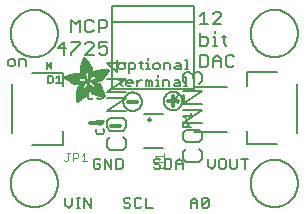
<source format=gbr>
G04 EAGLE Gerber RS-274X export*
G75*
%MOMM*%
%FSLAX34Y34*%
%LPD*%
%INSilkscreen Top*%
%IPPOS*%
%AMOC8*
5,1,8,0,0,1.08239X$1,22.5*%
G01*
%ADD10C,0.152400*%
%ADD11C,0.203200*%
%ADD12C,0.177800*%
%ADD13C,0.127000*%
%ADD14C,0.076200*%
%ADD15C,0.304800*%
%ADD16R,0.006300X0.050800*%
%ADD17R,0.006400X0.082600*%
%ADD18R,0.006300X0.120600*%
%ADD19R,0.006400X0.139700*%
%ADD20R,0.006300X0.158800*%
%ADD21R,0.006400X0.177800*%
%ADD22R,0.006300X0.196800*%
%ADD23R,0.006400X0.215900*%
%ADD24R,0.006300X0.228600*%
%ADD25R,0.006400X0.241300*%
%ADD26R,0.006300X0.254000*%
%ADD27R,0.006400X0.266700*%
%ADD28R,0.006300X0.279400*%
%ADD29R,0.006400X0.285700*%
%ADD30R,0.006300X0.298400*%
%ADD31R,0.006400X0.311200*%
%ADD32R,0.006300X0.317500*%
%ADD33R,0.006400X0.330200*%
%ADD34R,0.006300X0.336600*%
%ADD35R,0.006400X0.349200*%
%ADD36R,0.006300X0.361900*%
%ADD37R,0.006400X0.368300*%
%ADD38R,0.006300X0.381000*%
%ADD39R,0.006400X0.387300*%
%ADD40R,0.006300X0.393700*%
%ADD41R,0.006400X0.406400*%
%ADD42R,0.006300X0.412700*%
%ADD43R,0.006400X0.419100*%
%ADD44R,0.006300X0.431800*%
%ADD45R,0.006400X0.438100*%
%ADD46R,0.006300X0.450800*%
%ADD47R,0.006400X0.457200*%
%ADD48R,0.006300X0.463500*%
%ADD49R,0.006400X0.476200*%
%ADD50R,0.006300X0.482600*%
%ADD51R,0.006400X0.488900*%
%ADD52R,0.006300X0.501600*%
%ADD53R,0.006400X0.508000*%
%ADD54R,0.006300X0.514300*%
%ADD55R,0.006400X0.527000*%
%ADD56R,0.006300X0.533400*%
%ADD57R,0.006400X0.546100*%
%ADD58R,0.006300X0.552400*%
%ADD59R,0.006400X0.558800*%
%ADD60R,0.006300X0.571500*%
%ADD61R,0.006400X0.577800*%
%ADD62R,0.006300X0.584200*%
%ADD63R,0.006400X0.596900*%
%ADD64R,0.006300X0.603200*%
%ADD65R,0.006400X0.609600*%
%ADD66R,0.006300X0.622300*%
%ADD67R,0.006400X0.628600*%
%ADD68R,0.006300X0.641300*%
%ADD69R,0.006400X0.647700*%
%ADD70R,0.006300X0.063500*%
%ADD71R,0.006300X0.654000*%
%ADD72R,0.006400X0.101600*%
%ADD73R,0.006400X0.666700*%
%ADD74R,0.006300X0.139700*%
%ADD75R,0.006300X0.673100*%
%ADD76R,0.006400X0.165100*%
%ADD77R,0.006400X0.679400*%
%ADD78R,0.006300X0.196900*%
%ADD79R,0.006300X0.692100*%
%ADD80R,0.006400X0.222200*%
%ADD81R,0.006400X0.698500*%
%ADD82R,0.006300X0.247700*%
%ADD83R,0.006300X0.704800*%
%ADD84R,0.006400X0.279400*%
%ADD85R,0.006400X0.717500*%
%ADD86R,0.006300X0.298500*%
%ADD87R,0.006300X0.723900*%
%ADD88R,0.006400X0.736600*%
%ADD89R,0.006300X0.342900*%
%ADD90R,0.006300X0.742900*%
%ADD91R,0.006400X0.374700*%
%ADD92R,0.006400X0.749300*%
%ADD93R,0.006300X0.762000*%
%ADD94R,0.006400X0.412700*%
%ADD95R,0.006400X0.768300*%
%ADD96R,0.006300X0.438100*%
%ADD97R,0.006300X0.774700*%
%ADD98R,0.006400X0.463600*%
%ADD99R,0.006400X0.787400*%
%ADD100R,0.006300X0.793700*%
%ADD101R,0.006400X0.495300*%
%ADD102R,0.006400X0.800100*%
%ADD103R,0.006300X0.520700*%
%ADD104R,0.006300X0.812800*%
%ADD105R,0.006400X0.533400*%
%ADD106R,0.006400X0.819100*%
%ADD107R,0.006300X0.558800*%
%ADD108R,0.006300X0.825500*%
%ADD109R,0.006400X0.577900*%
%ADD110R,0.006400X0.831800*%
%ADD111R,0.006300X0.596900*%
%ADD112R,0.006300X0.844500*%
%ADD113R,0.006400X0.616000*%
%ADD114R,0.006400X0.850900*%
%ADD115R,0.006300X0.635000*%
%ADD116R,0.006300X0.857200*%
%ADD117R,0.006400X0.654100*%
%ADD118R,0.006400X0.863600*%
%ADD119R,0.006300X0.666700*%
%ADD120R,0.006300X0.869900*%
%ADD121R,0.006400X0.685800*%
%ADD122R,0.006400X0.876300*%
%ADD123R,0.006300X0.882600*%
%ADD124R,0.006400X0.723900*%
%ADD125R,0.006400X0.889000*%
%ADD126R,0.006300X0.895300*%
%ADD127R,0.006400X0.755700*%
%ADD128R,0.006400X0.901700*%
%ADD129R,0.006300X0.908000*%
%ADD130R,0.006400X0.793800*%
%ADD131R,0.006400X0.914400*%
%ADD132R,0.006300X0.806400*%
%ADD133R,0.006300X0.920700*%
%ADD134R,0.006400X0.825500*%
%ADD135R,0.006400X0.927100*%
%ADD136R,0.006300X0.933400*%
%ADD137R,0.006400X0.857300*%
%ADD138R,0.006400X0.939800*%
%ADD139R,0.006300X0.870000*%
%ADD140R,0.006300X0.939800*%
%ADD141R,0.006400X0.946100*%
%ADD142R,0.006300X0.952500*%
%ADD143R,0.006400X0.908000*%
%ADD144R,0.006400X0.958800*%
%ADD145R,0.006300X0.965200*%
%ADD146R,0.006400X0.965200*%
%ADD147R,0.006300X0.971500*%
%ADD148R,0.006400X0.952500*%
%ADD149R,0.006400X0.977900*%
%ADD150R,0.006300X0.958800*%
%ADD151R,0.006300X0.984200*%
%ADD152R,0.006400X0.971500*%
%ADD153R,0.006400X0.984200*%
%ADD154R,0.006300X0.990600*%
%ADD155R,0.006400X0.984300*%
%ADD156R,0.006400X0.996900*%
%ADD157R,0.006300X0.997000*%
%ADD158R,0.006300X0.996900*%
%ADD159R,0.006400X1.003300*%
%ADD160R,0.006300X1.016000*%
%ADD161R,0.006300X1.009600*%
%ADD162R,0.006400X1.016000*%
%ADD163R,0.006400X1.009600*%
%ADD164R,0.006300X1.022300*%
%ADD165R,0.006400X1.028700*%
%ADD166R,0.006300X1.035100*%
%ADD167R,0.006400X1.047800*%
%ADD168R,0.006300X1.054100*%
%ADD169R,0.006300X1.028700*%
%ADD170R,0.006400X1.054100*%
%ADD171R,0.006400X1.035000*%
%ADD172R,0.006300X1.060400*%
%ADD173R,0.006300X1.035000*%
%ADD174R,0.006400X1.060500*%
%ADD175R,0.006400X1.041400*%
%ADD176R,0.006300X1.066800*%
%ADD177R,0.006300X1.041400*%
%ADD178R,0.006400X1.079500*%
%ADD179R,0.006400X1.047700*%
%ADD180R,0.006300X1.085900*%
%ADD181R,0.006300X1.047700*%
%ADD182R,0.006400X1.085800*%
%ADD183R,0.006300X1.092200*%
%ADD184R,0.006400X1.085900*%
%ADD185R,0.006300X1.098600*%
%ADD186R,0.006400X1.098600*%
%ADD187R,0.006400X1.060400*%
%ADD188R,0.006300X1.104900*%
%ADD189R,0.006400X1.104900*%
%ADD190R,0.006400X1.066800*%
%ADD191R,0.006300X1.111200*%
%ADD192R,0.006400X1.117600*%
%ADD193R,0.006300X1.117600*%
%ADD194R,0.006300X1.073100*%
%ADD195R,0.006400X1.073100*%
%ADD196R,0.006300X1.124000*%
%ADD197R,0.006300X1.079500*%
%ADD198R,0.006400X1.123900*%
%ADD199R,0.006300X1.130300*%
%ADD200R,0.006400X1.130300*%
%ADD201R,0.006400X1.136700*%
%ADD202R,0.006300X1.136700*%
%ADD203R,0.006300X1.085800*%
%ADD204R,0.006400X1.136600*%
%ADD205R,0.006300X1.136600*%
%ADD206R,0.006400X1.143000*%
%ADD207R,0.006300X1.143000*%
%ADD208R,0.006300X1.149400*%
%ADD209R,0.006300X1.149300*%
%ADD210R,0.006400X1.149300*%
%ADD211R,0.006400X1.149400*%
%ADD212R,0.006400X1.155700*%
%ADD213R,0.006300X1.155700*%
%ADD214R,0.006300X1.060500*%
%ADD215R,0.006400X2.197100*%
%ADD216R,0.006300X2.197100*%
%ADD217R,0.006300X2.184400*%
%ADD218R,0.006400X2.184400*%
%ADD219R,0.006400X2.171700*%
%ADD220R,0.006300X2.171700*%
%ADD221R,0.006400X1.530300*%
%ADD222R,0.006300X1.505000*%
%ADD223R,0.006400X1.492300*%
%ADD224R,0.006300X1.485900*%
%ADD225R,0.006300X0.565200*%
%ADD226R,0.006400X1.473200*%
%ADD227R,0.006400X0.565200*%
%ADD228R,0.006300X1.460500*%
%ADD229R,0.006400X1.454100*%
%ADD230R,0.006400X0.552400*%
%ADD231R,0.006300X1.441500*%
%ADD232R,0.006300X0.546100*%
%ADD233R,0.006400X1.435100*%
%ADD234R,0.006400X0.539800*%
%ADD235R,0.006300X1.428800*%
%ADD236R,0.006400X1.422400*%
%ADD237R,0.006300X1.409700*%
%ADD238R,0.006300X0.527100*%
%ADD239R,0.006400X1.403300*%
%ADD240R,0.006400X0.527100*%
%ADD241R,0.006300X1.390700*%
%ADD242R,0.006400X1.384300*%
%ADD243R,0.006400X0.520700*%
%ADD244R,0.006300X1.384300*%
%ADD245R,0.006300X0.514400*%
%ADD246R,0.006400X1.371600*%
%ADD247R,0.006300X1.365200*%
%ADD248R,0.006300X0.508000*%
%ADD249R,0.006400X1.352600*%
%ADD250R,0.006400X0.501700*%
%ADD251R,0.006300X0.711200*%
%ADD252R,0.006300X0.603300*%
%ADD253R,0.006300X0.501700*%
%ADD254R,0.006400X0.692100*%
%ADD255R,0.006400X0.571500*%
%ADD256R,0.006300X0.679400*%
%ADD257R,0.006300X0.495300*%
%ADD258R,0.006400X0.673100*%
%ADD259R,0.006300X0.666800*%
%ADD260R,0.006300X0.488900*%
%ADD261R,0.006400X0.660400*%
%ADD262R,0.006400X0.482600*%
%ADD263R,0.006300X0.476200*%
%ADD264R,0.006400X0.654000*%
%ADD265R,0.006400X0.469900*%
%ADD266R,0.006400X0.476300*%
%ADD267R,0.006300X0.647700*%
%ADD268R,0.006300X0.457200*%
%ADD269R,0.006300X0.469900*%
%ADD270R,0.006400X0.641300*%
%ADD271R,0.006400X0.444500*%
%ADD272R,0.006300X0.463600*%
%ADD273R,0.006400X0.635000*%
%ADD274R,0.006400X0.463500*%
%ADD275R,0.006400X0.393700*%
%ADD276R,0.006400X0.450800*%
%ADD277R,0.006300X0.628600*%
%ADD278R,0.006300X0.387400*%
%ADD279R,0.006300X0.450900*%
%ADD280R,0.006400X0.628700*%
%ADD281R,0.006400X0.374600*%
%ADD282R,0.006300X0.368300*%
%ADD283R,0.006300X0.438200*%
%ADD284R,0.006400X0.622300*%
%ADD285R,0.006400X0.355600*%
%ADD286R,0.006400X0.431800*%
%ADD287R,0.006300X0.349300*%
%ADD288R,0.006300X0.425400*%
%ADD289R,0.006300X0.615900*%
%ADD290R,0.006300X0.330200*%
%ADD291R,0.006300X0.419100*%
%ADD292R,0.006300X0.616000*%
%ADD293R,0.006300X0.311200*%
%ADD294R,0.006300X0.406400*%
%ADD295R,0.006400X0.615900*%
%ADD296R,0.006400X0.304800*%
%ADD297R,0.006400X0.158800*%
%ADD298R,0.006300X0.609600*%
%ADD299R,0.006300X0.292100*%
%ADD300R,0.006300X0.235000*%
%ADD301R,0.006400X0.387400*%
%ADD302R,0.006400X0.292100*%
%ADD303R,0.006300X0.336500*%
%ADD304R,0.006300X0.260400*%
%ADD305R,0.006400X0.603300*%
%ADD306R,0.006400X0.260400*%
%ADD307R,0.006400X0.362000*%
%ADD308R,0.006400X0.450900*%
%ADD309R,0.006300X0.355600*%
%ADD310R,0.006400X0.342900*%
%ADD311R,0.006400X0.514300*%
%ADD312R,0.006300X0.234900*%
%ADD313R,0.006300X0.539700*%
%ADD314R,0.006400X0.603200*%
%ADD315R,0.006400X0.234900*%
%ADD316R,0.006400X0.920700*%
%ADD317R,0.006400X0.958900*%
%ADD318R,0.006300X0.215900*%
%ADD319R,0.006400X0.209600*%
%ADD320R,0.006300X0.203200*%
%ADD321R,0.006300X1.003300*%
%ADD322R,0.006400X0.203200*%
%ADD323R,0.006400X0.196900*%
%ADD324R,0.006300X0.190500*%
%ADD325R,0.006400X0.190500*%
%ADD326R,0.006300X0.184200*%
%ADD327R,0.006400X0.590500*%
%ADD328R,0.006400X0.184200*%
%ADD329R,0.006300X0.590500*%
%ADD330R,0.006300X0.177800*%
%ADD331R,0.006400X0.584200*%
%ADD332R,0.006400X1.168400*%
%ADD333R,0.006300X0.171500*%
%ADD334R,0.006300X1.187500*%
%ADD335R,0.006400X1.200100*%
%ADD336R,0.006300X0.577800*%
%ADD337R,0.006300X1.212900*%
%ADD338R,0.006400X1.231900*%
%ADD339R,0.006300X1.250900*%
%ADD340R,0.006400X0.565100*%
%ADD341R,0.006400X0.184100*%
%ADD342R,0.006400X1.263700*%
%ADD343R,0.006300X0.565100*%
%ADD344R,0.006300X1.289100*%
%ADD345R,0.006400X1.314400*%
%ADD346R,0.006300X0.552500*%
%ADD347R,0.006300X1.568500*%
%ADD348R,0.006400X0.552500*%
%ADD349R,0.006400X1.581200*%
%ADD350R,0.006300X1.593800*%
%ADD351R,0.006400X1.606500*%
%ADD352R,0.006300X1.619300*%
%ADD353R,0.006400X0.514400*%
%ADD354R,0.006400X1.638300*%
%ADD355R,0.006300X1.657300*%
%ADD356R,0.006400X2.209800*%
%ADD357R,0.006300X2.425700*%
%ADD358R,0.006400X2.470100*%
%ADD359R,0.006300X2.501900*%
%ADD360R,0.006400X2.533700*%
%ADD361R,0.006300X2.559000*%
%ADD362R,0.006400X2.584500*%
%ADD363R,0.006300X2.609900*%
%ADD364R,0.006400X2.628900*%
%ADD365R,0.006300X2.660600*%
%ADD366R,0.006400X2.673400*%
%ADD367R,0.006300X1.422400*%
%ADD368R,0.006300X1.200200*%
%ADD369R,0.006300X1.365300*%
%ADD370R,0.006400X1.365300*%
%ADD371R,0.006300X1.352500*%
%ADD372R,0.006300X1.098500*%
%ADD373R,0.006400X1.358900*%
%ADD374R,0.006300X1.352600*%
%ADD375R,0.006300X1.358900*%
%ADD376R,0.006300X1.371600*%
%ADD377R,0.006400X1.377900*%
%ADD378R,0.006400X1.397000*%
%ADD379R,0.006300X1.403300*%
%ADD380R,0.006300X0.914400*%
%ADD381R,0.006300X0.876300*%
%ADD382R,0.006300X0.374600*%
%ADD383R,0.006400X1.073200*%
%ADD384R,0.006300X0.374700*%
%ADD385R,0.006400X0.844600*%
%ADD386R,0.006300X0.844600*%
%ADD387R,0.006400X0.831900*%
%ADD388R,0.006400X1.092200*%
%ADD389R,0.006300X0.400000*%
%ADD390R,0.006400X0.819200*%
%ADD391R,0.006400X1.111300*%
%ADD392R,0.006400X0.812800*%
%ADD393R,0.006300X0.800100*%
%ADD394R,0.006300X0.476300*%
%ADD395R,0.006300X1.181100*%
%ADD396R,0.006400X0.501600*%
%ADD397R,0.006400X1.193800*%
%ADD398R,0.006400X0.781000*%
%ADD399R,0.006400X1.238200*%
%ADD400R,0.006300X0.781100*%
%ADD401R,0.006300X1.257300*%
%ADD402R,0.006400X1.295400*%
%ADD403R,0.006300X1.333500*%
%ADD404R,0.006400X0.774700*%
%ADD405R,0.006400X1.866900*%
%ADD406R,0.006300X0.209600*%
%ADD407R,0.006300X1.866900*%
%ADD408R,0.006400X0.768400*%
%ADD409R,0.006400X0.209500*%
%ADD410R,0.006400X1.860600*%
%ADD411R,0.006400X0.762000*%
%ADD412R,0.006300X0.768400*%
%ADD413R,0.006300X1.860600*%
%ADD414R,0.006400X1.860500*%
%ADD415R,0.006300X0.222300*%
%ADD416R,0.006300X1.854200*%
%ADD417R,0.006400X0.235000*%
%ADD418R,0.006400X1.854200*%
%ADD419R,0.006300X0.768300*%
%ADD420R,0.006400X0.260300*%
%ADD421R,0.006400X1.847800*%
%ADD422R,0.006300X0.266700*%
%ADD423R,0.006300X1.847800*%
%ADD424R,0.006400X0.273100*%
%ADD425R,0.006400X1.841500*%
%ADD426R,0.006300X0.285800*%
%ADD427R,0.006300X1.841500*%
%ADD428R,0.006400X0.298500*%
%ADD429R,0.006400X1.835100*%
%ADD430R,0.006300X0.781000*%
%ADD431R,0.006300X0.304800*%
%ADD432R,0.006300X1.835100*%
%ADD433R,0.006400X0.317500*%
%ADD434R,0.006400X1.828800*%
%ADD435R,0.006300X0.787400*%
%ADD436R,0.006300X0.323800*%
%ADD437R,0.006300X1.828800*%
%ADD438R,0.006400X0.793700*%
%ADD439R,0.006400X1.822400*%
%ADD440R,0.006300X0.806500*%
%ADD441R,0.006300X1.822400*%
%ADD442R,0.006400X1.816100*%
%ADD443R,0.006300X0.819100*%
%ADD444R,0.006300X0.387300*%
%ADD445R,0.006300X1.816100*%
%ADD446R,0.006400X1.809800*%
%ADD447R,0.006300X1.803400*%
%ADD448R,0.006400X1.797000*%
%ADD449R,0.006300X0.901700*%
%ADD450R,0.006300X1.797000*%
%ADD451R,0.006400X1.441400*%
%ADD452R,0.006400X1.790700*%
%ADD453R,0.006300X1.447800*%
%ADD454R,0.006300X1.784300*%
%ADD455R,0.006400X1.447800*%
%ADD456R,0.006400X1.784300*%
%ADD457R,0.006300X1.454100*%
%ADD458R,0.006300X1.771700*%
%ADD459R,0.006400X1.460500*%
%ADD460R,0.006400X1.759000*%
%ADD461R,0.006300X1.466800*%
%ADD462R,0.006300X1.752600*%
%ADD463R,0.006400X1.466800*%
%ADD464R,0.006400X1.739900*%
%ADD465R,0.006300X1.473200*%
%ADD466R,0.006300X1.727200*%
%ADD467R,0.006400X1.479500*%
%ADD468R,0.006400X1.714500*%
%ADD469R,0.006300X1.695400*%
%ADD470R,0.006400X1.485900*%
%ADD471R,0.006400X1.682700*%
%ADD472R,0.006300X1.492200*%
%ADD473R,0.006300X1.663700*%
%ADD474R,0.006400X1.498600*%
%ADD475R,0.006400X1.644600*%
%ADD476R,0.006300X1.498600*%
%ADD477R,0.006300X1.619200*%
%ADD478R,0.006400X1.511300*%
%ADD479R,0.006400X1.600200*%
%ADD480R,0.006300X1.517700*%
%ADD481R,0.006300X1.574800*%
%ADD482R,0.006400X1.524000*%
%ADD483R,0.006400X1.555800*%
%ADD484R,0.006300X1.524000*%
%ADD485R,0.006300X1.536700*%
%ADD486R,0.006400X1.530400*%
%ADD487R,0.006400X1.517700*%
%ADD488R,0.006300X1.492300*%
%ADD489R,0.006400X1.549400*%
%ADD490R,0.006400X1.479600*%
%ADD491R,0.006300X1.549400*%
%ADD492R,0.006400X1.555700*%
%ADD493R,0.006300X1.562100*%
%ADD494R,0.006300X0.323900*%
%ADD495R,0.006400X1.568400*%
%ADD496R,0.006400X0.336600*%
%ADD497R,0.006300X1.587500*%
%ADD498R,0.006300X0.971600*%
%ADD499R,0.006400X0.349300*%
%ADD500R,0.006300X1.600200*%
%ADD501R,0.006300X0.920800*%
%ADD502R,0.006400X0.882700*%
%ADD503R,0.006300X1.612900*%
%ADD504R,0.006300X0.362000*%
%ADD505R,0.006400X1.625600*%
%ADD506R,0.006300X1.625600*%
%ADD507R,0.006300X1.644600*%
%ADD508R,0.006300X0.736600*%
%ADD509R,0.006400X0.717600*%
%ADD510R,0.006300X1.657400*%
%ADD511R,0.006300X0.679500*%
%ADD512R,0.006400X1.663700*%
%ADD513R,0.006400X0.400000*%
%ADD514R,0.006300X1.676400*%
%ADD515R,0.006400X1.676400*%
%ADD516R,0.006400X0.425500*%
%ADD517R,0.006400X1.352500*%
%ADD518R,0.006300X0.444500*%
%ADD519R,0.006400X0.361900*%
%ADD520R,0.006300X0.088900*%
%ADD521R,0.006300X1.009700*%
%ADD522R,0.006400X1.009700*%
%ADD523R,0.006400X1.022300*%
%ADD524R,0.006400X1.346200*%
%ADD525R,0.006300X1.346200*%
%ADD526R,0.006400X1.339900*%
%ADD527R,0.006400X1.035100*%
%ADD528R,0.006300X1.339800*%
%ADD529R,0.006400X1.333500*%
%ADD530R,0.006400X1.327200*%
%ADD531R,0.006300X1.320800*%
%ADD532R,0.006400X1.314500*%
%ADD533R,0.006300X1.314400*%
%ADD534R,0.006400X1.301700*%
%ADD535R,0.006300X1.295400*%
%ADD536R,0.006400X1.289000*%
%ADD537R,0.006300X1.276300*%
%ADD538R,0.006300X1.251000*%
%ADD539R,0.006400X1.244600*%
%ADD540R,0.006300X1.231900*%
%ADD541R,0.006400X1.212800*%
%ADD542R,0.006300X1.200100*%
%ADD543R,0.006400X1.187400*%
%ADD544R,0.006300X1.168400*%
%ADD545R,0.006300X1.047800*%
%ADD546R,0.006300X0.977900*%
%ADD547R,0.006400X0.946200*%
%ADD548R,0.006400X0.933400*%
%ADD549R,0.006400X0.895300*%
%ADD550R,0.006300X0.882700*%
%ADD551R,0.006300X0.863600*%
%ADD552R,0.006400X0.857200*%
%ADD553R,0.006300X0.850900*%
%ADD554R,0.006300X0.838200*%
%ADD555R,0.006400X0.806500*%
%ADD556R,0.006300X0.717600*%
%ADD557R,0.006400X0.711200*%
%ADD558R,0.006400X0.641400*%
%ADD559R,0.006300X0.641400*%
%ADD560R,0.006300X0.628700*%
%ADD561R,0.006300X0.590600*%
%ADD562R,0.006400X0.539700*%
%ADD563R,0.006300X0.285700*%
%ADD564R,0.006300X0.222200*%
%ADD565R,0.006300X0.171400*%
%ADD566R,0.006400X0.152400*%
%ADD567R,0.006300X0.133400*%
%ADD568R,0.127000X0.762000*%

G36*
X39888Y121798D02*
X39888Y121798D01*
X39917Y121795D01*
X40009Y121815D01*
X40102Y121828D01*
X40129Y121841D01*
X40158Y121847D01*
X40238Y121895D01*
X40322Y121937D01*
X40343Y121958D01*
X40369Y121973D01*
X40430Y122045D01*
X40496Y122111D01*
X40509Y122137D01*
X40529Y122160D01*
X40564Y122247D01*
X40606Y122331D01*
X40610Y122361D01*
X40621Y122388D01*
X40639Y122555D01*
X40639Y127635D01*
X40634Y127664D01*
X40637Y127694D01*
X40615Y127785D01*
X40600Y127878D01*
X40586Y127904D01*
X40579Y127933D01*
X40528Y128012D01*
X40484Y128095D01*
X40463Y128116D01*
X40447Y128141D01*
X40374Y128200D01*
X40306Y128265D01*
X40279Y128277D01*
X40256Y128296D01*
X40168Y128329D01*
X40083Y128368D01*
X40053Y128371D01*
X40026Y128382D01*
X39932Y128385D01*
X39839Y128395D01*
X39809Y128389D01*
X39780Y128390D01*
X39690Y128363D01*
X39598Y128343D01*
X39573Y128328D01*
X39544Y128319D01*
X39402Y128229D01*
X36227Y125689D01*
X36158Y125612D01*
X36085Y125539D01*
X36076Y125522D01*
X36063Y125507D01*
X36021Y125411D01*
X35975Y125319D01*
X35973Y125299D01*
X35965Y125281D01*
X35956Y125178D01*
X35942Y125075D01*
X35946Y125056D01*
X35944Y125036D01*
X35969Y124935D01*
X35988Y124833D01*
X35998Y124816D01*
X36002Y124797D01*
X36058Y124710D01*
X36109Y124619D01*
X36126Y124602D01*
X36134Y124589D01*
X36159Y124569D01*
X36227Y124501D01*
X39402Y121961D01*
X39428Y121946D01*
X39450Y121926D01*
X39535Y121886D01*
X39617Y121840D01*
X39646Y121834D01*
X39673Y121822D01*
X39766Y121812D01*
X39858Y121794D01*
X39888Y121798D01*
G37*
D10*
X51788Y13215D02*
X51788Y7453D01*
X54670Y4572D01*
X57551Y7453D01*
X57551Y13215D01*
X61144Y4572D02*
X64025Y4572D01*
X62584Y4572D02*
X62584Y13215D01*
X61144Y13215D02*
X64025Y13215D01*
X67380Y13215D02*
X67380Y4572D01*
X73143Y4572D02*
X67380Y13215D01*
X73143Y13215D02*
X73143Y4572D01*
X81391Y44795D02*
X79951Y46235D01*
X77070Y46235D01*
X75629Y44795D01*
X75629Y39033D01*
X77070Y37592D01*
X79951Y37592D01*
X81391Y39033D01*
X81391Y41914D01*
X78510Y41914D01*
X84984Y46235D02*
X84984Y37592D01*
X90747Y37592D02*
X84984Y46235D01*
X90747Y46235D02*
X90747Y37592D01*
X94340Y37592D02*
X94340Y46235D01*
X94340Y37592D02*
X98661Y37592D01*
X100102Y39033D01*
X100102Y44795D01*
X98661Y46235D01*
X94340Y46235D01*
X105351Y13215D02*
X106791Y11775D01*
X105351Y13215D02*
X102470Y13215D01*
X101029Y11775D01*
X101029Y10334D01*
X102470Y8894D01*
X105351Y8894D01*
X106791Y7453D01*
X106791Y6013D01*
X105351Y4572D01*
X102470Y4572D01*
X101029Y6013D01*
X114706Y13215D02*
X116147Y11775D01*
X114706Y13215D02*
X111825Y13215D01*
X110384Y11775D01*
X110384Y6013D01*
X111825Y4572D01*
X114706Y4572D01*
X116147Y6013D01*
X119740Y4572D02*
X119740Y13215D01*
X119740Y4572D02*
X125502Y4572D01*
X132191Y44795D02*
X130751Y46235D01*
X127870Y46235D01*
X126429Y44795D01*
X126429Y43354D01*
X127870Y41914D01*
X130751Y41914D01*
X132191Y40473D01*
X132191Y39033D01*
X130751Y37592D01*
X127870Y37592D01*
X126429Y39033D01*
X135784Y37592D02*
X135784Y46235D01*
X135784Y37592D02*
X140106Y37592D01*
X141547Y39033D01*
X141547Y44795D01*
X140106Y46235D01*
X135784Y46235D01*
X145140Y43354D02*
X145140Y37592D01*
X145140Y43354D02*
X148021Y46235D01*
X150902Y43354D01*
X150902Y37592D01*
X150902Y41914D02*
X145140Y41914D01*
X157777Y10334D02*
X157777Y4572D01*
X157777Y10334D02*
X160658Y13215D01*
X163539Y10334D01*
X163539Y4572D01*
X163539Y8894D02*
X157777Y8894D01*
X167132Y6013D02*
X167132Y11775D01*
X168573Y13215D01*
X171454Y13215D01*
X172894Y11775D01*
X172894Y6013D01*
X171454Y4572D01*
X168573Y4572D01*
X167132Y6013D01*
X172894Y11775D01*
X172552Y40473D02*
X172552Y46235D01*
X172552Y40473D02*
X175433Y37592D01*
X178314Y40473D01*
X178314Y46235D01*
X183347Y46235D02*
X186229Y46235D01*
X183347Y46235D02*
X181907Y44795D01*
X181907Y39033D01*
X183347Y37592D01*
X186229Y37592D01*
X187669Y39033D01*
X187669Y44795D01*
X186229Y46235D01*
X191262Y46235D02*
X191262Y39033D01*
X192703Y37592D01*
X195584Y37592D01*
X197024Y39033D01*
X197024Y46235D01*
X203498Y46235D02*
X203498Y37592D01*
X200617Y46235D02*
X206379Y46235D01*
D11*
X56739Y153416D02*
X56739Y164093D01*
X60298Y160534D01*
X63857Y164093D01*
X63857Y153416D01*
X73772Y164093D02*
X75551Y162314D01*
X73772Y164093D02*
X70213Y164093D01*
X68433Y162314D01*
X68433Y155196D01*
X70213Y153416D01*
X73772Y153416D01*
X75551Y155196D01*
X80127Y153416D02*
X80127Y164093D01*
X85466Y164093D01*
X87245Y162314D01*
X87245Y158755D01*
X85466Y156975D01*
X80127Y156975D01*
X50384Y145043D02*
X50384Y134366D01*
X45045Y139705D02*
X50384Y145043D01*
X52163Y139705D02*
X45045Y139705D01*
X56739Y145043D02*
X63857Y145043D01*
X63857Y143264D01*
X56739Y136146D01*
X56739Y134366D01*
X68433Y134366D02*
X75551Y134366D01*
X68433Y134366D02*
X75551Y141484D01*
X75551Y143264D01*
X73772Y145043D01*
X70212Y145043D01*
X68433Y143264D01*
X80127Y145043D02*
X87245Y145043D01*
X80127Y145043D02*
X80127Y139705D01*
X83686Y141484D01*
X85466Y141484D01*
X87245Y139705D01*
X87245Y136146D01*
X85466Y134366D01*
X81906Y134366D01*
X80127Y136146D01*
D12*
X165354Y167350D02*
X168828Y170824D01*
X168828Y160401D01*
X165354Y160401D02*
X172303Y160401D01*
X176580Y160401D02*
X183529Y160401D01*
X176580Y160401D02*
X183529Y167350D01*
X183529Y169087D01*
X181792Y170824D01*
X178317Y170824D01*
X176580Y169087D01*
X165354Y152536D02*
X165354Y142113D01*
X170565Y142113D01*
X172303Y143850D01*
X172303Y147324D01*
X170565Y149062D01*
X165354Y149062D01*
X176580Y149062D02*
X178317Y149062D01*
X178317Y142113D01*
X176580Y142113D02*
X180055Y142113D01*
X178317Y152536D02*
X178317Y154273D01*
X185802Y150799D02*
X185802Y143850D01*
X187539Y142113D01*
X187539Y149062D02*
X184064Y149062D01*
X165354Y134248D02*
X165354Y123825D01*
X170565Y123825D01*
X172303Y125562D01*
X172303Y132511D01*
X170565Y134248D01*
X165354Y134248D01*
X176580Y130774D02*
X176580Y123825D01*
X176580Y130774D02*
X180055Y134248D01*
X183529Y130774D01*
X183529Y123825D01*
X183529Y129036D02*
X176580Y129036D01*
X193018Y134248D02*
X194755Y132511D01*
X193018Y134248D02*
X189544Y134248D01*
X187806Y132511D01*
X187806Y125562D01*
X189544Y123825D01*
X193018Y123825D01*
X194755Y125562D01*
D13*
X7624Y124460D02*
X4658Y124460D01*
X7624Y124460D02*
X9107Y125943D01*
X9107Y128909D01*
X7624Y130392D01*
X4658Y130392D01*
X3175Y128909D01*
X3175Y125943D01*
X4658Y124460D01*
X12530Y124460D02*
X12530Y130392D01*
X16979Y130392D01*
X18462Y128909D01*
X18462Y124460D01*
D10*
X98012Y121920D02*
X100723Y121920D01*
X102079Y123276D01*
X102079Y125987D01*
X100723Y127343D01*
X98012Y127343D01*
X96656Y125987D01*
X96656Y123276D01*
X98012Y121920D01*
X105543Y119208D02*
X105543Y127343D01*
X109611Y127343D01*
X110967Y125987D01*
X110967Y123276D01*
X109611Y121920D01*
X105543Y121920D01*
X115787Y123276D02*
X115787Y128699D01*
X115787Y123276D02*
X117142Y121920D01*
X117142Y127343D02*
X114431Y127343D01*
X120356Y127343D02*
X121712Y127343D01*
X121712Y121920D01*
X123067Y121920D02*
X120356Y121920D01*
X121712Y130055D02*
X121712Y131411D01*
X127636Y121920D02*
X130348Y121920D01*
X131704Y123276D01*
X131704Y125987D01*
X130348Y127343D01*
X127636Y127343D01*
X126281Y125987D01*
X126281Y123276D01*
X127636Y121920D01*
X135168Y121920D02*
X135168Y127343D01*
X139236Y127343D01*
X140591Y125987D01*
X140591Y121920D01*
X145411Y127343D02*
X148123Y127343D01*
X149479Y125987D01*
X149479Y121920D01*
X145411Y121920D01*
X144055Y123276D01*
X145411Y124632D01*
X149479Y124632D01*
X152943Y130055D02*
X154299Y130055D01*
X154299Y121920D01*
X152943Y121920D02*
X155655Y121920D01*
X98752Y114221D02*
X98752Y108798D01*
X100108Y107442D01*
X100108Y112865D02*
X97397Y112865D01*
X104677Y107442D02*
X107389Y107442D01*
X104677Y107442D02*
X103322Y108798D01*
X103322Y111509D01*
X104677Y112865D01*
X107389Y112865D01*
X108745Y111509D01*
X108745Y110154D01*
X103322Y110154D01*
X112209Y107442D02*
X112209Y112865D01*
X112209Y110154D02*
X114921Y112865D01*
X116276Y112865D01*
X119615Y112865D02*
X119615Y107442D01*
X119615Y112865D02*
X120971Y112865D01*
X122327Y111509D01*
X122327Y107442D01*
X122327Y111509D02*
X123683Y112865D01*
X125038Y111509D01*
X125038Y107442D01*
X128503Y112865D02*
X129858Y112865D01*
X129858Y107442D01*
X128503Y107442D02*
X131214Y107442D01*
X129858Y115577D02*
X129858Y116933D01*
X134427Y112865D02*
X134427Y107442D01*
X134427Y112865D02*
X138495Y112865D01*
X139851Y111509D01*
X139851Y107442D01*
X144671Y112865D02*
X147382Y112865D01*
X148738Y111509D01*
X148738Y107442D01*
X144671Y107442D01*
X143315Y108798D01*
X144671Y110154D01*
X148738Y110154D01*
X152202Y115577D02*
X153558Y115577D01*
X153558Y107442D01*
X152202Y107442D02*
X154914Y107442D01*
D11*
X134365Y84350D02*
X118365Y84350D01*
X118365Y55350D02*
X134365Y55350D01*
X121865Y79350D02*
X121867Y79413D01*
X121873Y79475D01*
X121883Y79537D01*
X121896Y79599D01*
X121914Y79659D01*
X121935Y79718D01*
X121960Y79776D01*
X121989Y79832D01*
X122021Y79886D01*
X122056Y79938D01*
X122094Y79987D01*
X122136Y80035D01*
X122180Y80079D01*
X122228Y80121D01*
X122277Y80159D01*
X122329Y80194D01*
X122383Y80226D01*
X122439Y80255D01*
X122497Y80280D01*
X122556Y80301D01*
X122616Y80319D01*
X122678Y80332D01*
X122740Y80342D01*
X122802Y80348D01*
X122865Y80350D01*
X122928Y80348D01*
X122990Y80342D01*
X123052Y80332D01*
X123114Y80319D01*
X123174Y80301D01*
X123233Y80280D01*
X123291Y80255D01*
X123347Y80226D01*
X123401Y80194D01*
X123453Y80159D01*
X123502Y80121D01*
X123550Y80079D01*
X123594Y80035D01*
X123636Y79987D01*
X123674Y79938D01*
X123709Y79886D01*
X123741Y79832D01*
X123770Y79776D01*
X123795Y79718D01*
X123816Y79659D01*
X123834Y79599D01*
X123847Y79537D01*
X123857Y79475D01*
X123863Y79413D01*
X123865Y79350D01*
X123863Y79287D01*
X123857Y79225D01*
X123847Y79163D01*
X123834Y79101D01*
X123816Y79041D01*
X123795Y78982D01*
X123770Y78924D01*
X123741Y78868D01*
X123709Y78814D01*
X123674Y78762D01*
X123636Y78713D01*
X123594Y78665D01*
X123550Y78621D01*
X123502Y78579D01*
X123453Y78541D01*
X123401Y78506D01*
X123347Y78474D01*
X123291Y78445D01*
X123233Y78420D01*
X123174Y78399D01*
X123114Y78381D01*
X123052Y78368D01*
X122990Y78358D01*
X122928Y78352D01*
X122865Y78350D01*
X122802Y78352D01*
X122740Y78358D01*
X122678Y78368D01*
X122616Y78381D01*
X122556Y78399D01*
X122497Y78420D01*
X122439Y78445D01*
X122383Y78474D01*
X122329Y78506D01*
X122277Y78541D01*
X122228Y78579D01*
X122180Y78621D01*
X122136Y78665D01*
X122094Y78713D01*
X122056Y78762D01*
X122021Y78814D01*
X121989Y78868D01*
X121960Y78924D01*
X121935Y78982D01*
X121914Y79041D01*
X121896Y79101D01*
X121883Y79163D01*
X121873Y79225D01*
X121867Y79287D01*
X121865Y79350D01*
D14*
X128010Y38753D02*
X134153Y38753D01*
X135382Y39981D01*
X135382Y42439D01*
X134153Y43668D01*
X128010Y43668D01*
X130467Y46237D02*
X128010Y48694D01*
X135382Y48694D01*
X135382Y46237D02*
X135382Y51152D01*
X51648Y44069D02*
X50419Y45298D01*
X51648Y44069D02*
X52876Y44069D01*
X54105Y45298D01*
X54105Y51441D01*
X52876Y51441D02*
X55334Y51441D01*
X57903Y51441D02*
X57903Y44069D01*
X57903Y51441D02*
X61589Y51441D01*
X62818Y50213D01*
X62818Y47755D01*
X61589Y46526D01*
X57903Y46526D01*
X65387Y48984D02*
X67845Y51441D01*
X67845Y44069D01*
X70302Y44069D02*
X65387Y44069D01*
D15*
X72390Y76835D02*
X82550Y76835D01*
D10*
X75018Y102155D02*
X73917Y103257D01*
X71714Y103257D01*
X70612Y102155D01*
X70612Y97749D01*
X71714Y96647D01*
X73917Y96647D01*
X75018Y97749D01*
X78096Y102155D02*
X79198Y103257D01*
X81401Y103257D01*
X82503Y102155D01*
X82503Y101053D01*
X81401Y99952D01*
X80299Y99952D01*
X81401Y99952D02*
X82503Y98850D01*
X82503Y97749D01*
X81401Y96647D01*
X79198Y96647D01*
X78096Y97749D01*
D15*
X89980Y74295D02*
X97980Y74295D01*
D10*
X78820Y71843D02*
X77718Y70742D01*
X77718Y68539D01*
X78820Y67437D01*
X83226Y67437D01*
X84328Y68539D01*
X84328Y70742D01*
X83226Y71843D01*
X84328Y78226D02*
X77718Y78226D01*
X81023Y74921D01*
X81023Y79328D01*
D11*
X5400Y152400D02*
X5406Y152891D01*
X5424Y153381D01*
X5454Y153871D01*
X5496Y154360D01*
X5550Y154848D01*
X5616Y155335D01*
X5694Y155819D01*
X5784Y156302D01*
X5886Y156782D01*
X5999Y157260D01*
X6124Y157734D01*
X6261Y158206D01*
X6409Y158674D01*
X6569Y159138D01*
X6740Y159598D01*
X6922Y160054D01*
X7116Y160505D01*
X7320Y160951D01*
X7536Y161392D01*
X7762Y161828D01*
X7998Y162258D01*
X8245Y162682D01*
X8503Y163100D01*
X8771Y163511D01*
X9048Y163916D01*
X9336Y164314D01*
X9633Y164705D01*
X9940Y165088D01*
X10256Y165463D01*
X10581Y165831D01*
X10915Y166191D01*
X11258Y166542D01*
X11609Y166885D01*
X11969Y167219D01*
X12337Y167544D01*
X12712Y167860D01*
X13095Y168167D01*
X13486Y168464D01*
X13884Y168752D01*
X14289Y169029D01*
X14700Y169297D01*
X15118Y169555D01*
X15542Y169802D01*
X15972Y170038D01*
X16408Y170264D01*
X16849Y170480D01*
X17295Y170684D01*
X17746Y170878D01*
X18202Y171060D01*
X18662Y171231D01*
X19126Y171391D01*
X19594Y171539D01*
X20066Y171676D01*
X20540Y171801D01*
X21018Y171914D01*
X21498Y172016D01*
X21981Y172106D01*
X22465Y172184D01*
X22952Y172250D01*
X23440Y172304D01*
X23929Y172346D01*
X24419Y172376D01*
X24909Y172394D01*
X25400Y172400D01*
X25891Y172394D01*
X26381Y172376D01*
X26871Y172346D01*
X27360Y172304D01*
X27848Y172250D01*
X28335Y172184D01*
X28819Y172106D01*
X29302Y172016D01*
X29782Y171914D01*
X30260Y171801D01*
X30734Y171676D01*
X31206Y171539D01*
X31674Y171391D01*
X32138Y171231D01*
X32598Y171060D01*
X33054Y170878D01*
X33505Y170684D01*
X33951Y170480D01*
X34392Y170264D01*
X34828Y170038D01*
X35258Y169802D01*
X35682Y169555D01*
X36100Y169297D01*
X36511Y169029D01*
X36916Y168752D01*
X37314Y168464D01*
X37705Y168167D01*
X38088Y167860D01*
X38463Y167544D01*
X38831Y167219D01*
X39191Y166885D01*
X39542Y166542D01*
X39885Y166191D01*
X40219Y165831D01*
X40544Y165463D01*
X40860Y165088D01*
X41167Y164705D01*
X41464Y164314D01*
X41752Y163916D01*
X42029Y163511D01*
X42297Y163100D01*
X42555Y162682D01*
X42802Y162258D01*
X43038Y161828D01*
X43264Y161392D01*
X43480Y160951D01*
X43684Y160505D01*
X43878Y160054D01*
X44060Y159598D01*
X44231Y159138D01*
X44391Y158674D01*
X44539Y158206D01*
X44676Y157734D01*
X44801Y157260D01*
X44914Y156782D01*
X45016Y156302D01*
X45106Y155819D01*
X45184Y155335D01*
X45250Y154848D01*
X45304Y154360D01*
X45346Y153871D01*
X45376Y153381D01*
X45394Y152891D01*
X45400Y152400D01*
X45394Y151909D01*
X45376Y151419D01*
X45346Y150929D01*
X45304Y150440D01*
X45250Y149952D01*
X45184Y149465D01*
X45106Y148981D01*
X45016Y148498D01*
X44914Y148018D01*
X44801Y147540D01*
X44676Y147066D01*
X44539Y146594D01*
X44391Y146126D01*
X44231Y145662D01*
X44060Y145202D01*
X43878Y144746D01*
X43684Y144295D01*
X43480Y143849D01*
X43264Y143408D01*
X43038Y142972D01*
X42802Y142542D01*
X42555Y142118D01*
X42297Y141700D01*
X42029Y141289D01*
X41752Y140884D01*
X41464Y140486D01*
X41167Y140095D01*
X40860Y139712D01*
X40544Y139337D01*
X40219Y138969D01*
X39885Y138609D01*
X39542Y138258D01*
X39191Y137915D01*
X38831Y137581D01*
X38463Y137256D01*
X38088Y136940D01*
X37705Y136633D01*
X37314Y136336D01*
X36916Y136048D01*
X36511Y135771D01*
X36100Y135503D01*
X35682Y135245D01*
X35258Y134998D01*
X34828Y134762D01*
X34392Y134536D01*
X33951Y134320D01*
X33505Y134116D01*
X33054Y133922D01*
X32598Y133740D01*
X32138Y133569D01*
X31674Y133409D01*
X31206Y133261D01*
X30734Y133124D01*
X30260Y132999D01*
X29782Y132886D01*
X29302Y132784D01*
X28819Y132694D01*
X28335Y132616D01*
X27848Y132550D01*
X27360Y132496D01*
X26871Y132454D01*
X26381Y132424D01*
X25891Y132406D01*
X25400Y132400D01*
X24909Y132406D01*
X24419Y132424D01*
X23929Y132454D01*
X23440Y132496D01*
X22952Y132550D01*
X22465Y132616D01*
X21981Y132694D01*
X21498Y132784D01*
X21018Y132886D01*
X20540Y132999D01*
X20066Y133124D01*
X19594Y133261D01*
X19126Y133409D01*
X18662Y133569D01*
X18202Y133740D01*
X17746Y133922D01*
X17295Y134116D01*
X16849Y134320D01*
X16408Y134536D01*
X15972Y134762D01*
X15542Y134998D01*
X15118Y135245D01*
X14700Y135503D01*
X14289Y135771D01*
X13884Y136048D01*
X13486Y136336D01*
X13095Y136633D01*
X12712Y136940D01*
X12337Y137256D01*
X11969Y137581D01*
X11609Y137915D01*
X11258Y138258D01*
X10915Y138609D01*
X10581Y138969D01*
X10256Y139337D01*
X9940Y139712D01*
X9633Y140095D01*
X9336Y140486D01*
X9048Y140884D01*
X8771Y141289D01*
X8503Y141700D01*
X8245Y142118D01*
X7998Y142542D01*
X7762Y142972D01*
X7536Y143408D01*
X7320Y143849D01*
X7116Y144295D01*
X6922Y144746D01*
X6740Y145202D01*
X6569Y145662D01*
X6409Y146126D01*
X6261Y146594D01*
X6124Y147066D01*
X5999Y147540D01*
X5886Y148018D01*
X5784Y148498D01*
X5694Y148981D01*
X5616Y149465D01*
X5550Y149952D01*
X5496Y150440D01*
X5454Y150929D01*
X5424Y151419D01*
X5406Y151909D01*
X5400Y152400D01*
X208600Y152400D02*
X208606Y152891D01*
X208624Y153381D01*
X208654Y153871D01*
X208696Y154360D01*
X208750Y154848D01*
X208816Y155335D01*
X208894Y155819D01*
X208984Y156302D01*
X209086Y156782D01*
X209199Y157260D01*
X209324Y157734D01*
X209461Y158206D01*
X209609Y158674D01*
X209769Y159138D01*
X209940Y159598D01*
X210122Y160054D01*
X210316Y160505D01*
X210520Y160951D01*
X210736Y161392D01*
X210962Y161828D01*
X211198Y162258D01*
X211445Y162682D01*
X211703Y163100D01*
X211971Y163511D01*
X212248Y163916D01*
X212536Y164314D01*
X212833Y164705D01*
X213140Y165088D01*
X213456Y165463D01*
X213781Y165831D01*
X214115Y166191D01*
X214458Y166542D01*
X214809Y166885D01*
X215169Y167219D01*
X215537Y167544D01*
X215912Y167860D01*
X216295Y168167D01*
X216686Y168464D01*
X217084Y168752D01*
X217489Y169029D01*
X217900Y169297D01*
X218318Y169555D01*
X218742Y169802D01*
X219172Y170038D01*
X219608Y170264D01*
X220049Y170480D01*
X220495Y170684D01*
X220946Y170878D01*
X221402Y171060D01*
X221862Y171231D01*
X222326Y171391D01*
X222794Y171539D01*
X223266Y171676D01*
X223740Y171801D01*
X224218Y171914D01*
X224698Y172016D01*
X225181Y172106D01*
X225665Y172184D01*
X226152Y172250D01*
X226640Y172304D01*
X227129Y172346D01*
X227619Y172376D01*
X228109Y172394D01*
X228600Y172400D01*
X229091Y172394D01*
X229581Y172376D01*
X230071Y172346D01*
X230560Y172304D01*
X231048Y172250D01*
X231535Y172184D01*
X232019Y172106D01*
X232502Y172016D01*
X232982Y171914D01*
X233460Y171801D01*
X233934Y171676D01*
X234406Y171539D01*
X234874Y171391D01*
X235338Y171231D01*
X235798Y171060D01*
X236254Y170878D01*
X236705Y170684D01*
X237151Y170480D01*
X237592Y170264D01*
X238028Y170038D01*
X238458Y169802D01*
X238882Y169555D01*
X239300Y169297D01*
X239711Y169029D01*
X240116Y168752D01*
X240514Y168464D01*
X240905Y168167D01*
X241288Y167860D01*
X241663Y167544D01*
X242031Y167219D01*
X242391Y166885D01*
X242742Y166542D01*
X243085Y166191D01*
X243419Y165831D01*
X243744Y165463D01*
X244060Y165088D01*
X244367Y164705D01*
X244664Y164314D01*
X244952Y163916D01*
X245229Y163511D01*
X245497Y163100D01*
X245755Y162682D01*
X246002Y162258D01*
X246238Y161828D01*
X246464Y161392D01*
X246680Y160951D01*
X246884Y160505D01*
X247078Y160054D01*
X247260Y159598D01*
X247431Y159138D01*
X247591Y158674D01*
X247739Y158206D01*
X247876Y157734D01*
X248001Y157260D01*
X248114Y156782D01*
X248216Y156302D01*
X248306Y155819D01*
X248384Y155335D01*
X248450Y154848D01*
X248504Y154360D01*
X248546Y153871D01*
X248576Y153381D01*
X248594Y152891D01*
X248600Y152400D01*
X248594Y151909D01*
X248576Y151419D01*
X248546Y150929D01*
X248504Y150440D01*
X248450Y149952D01*
X248384Y149465D01*
X248306Y148981D01*
X248216Y148498D01*
X248114Y148018D01*
X248001Y147540D01*
X247876Y147066D01*
X247739Y146594D01*
X247591Y146126D01*
X247431Y145662D01*
X247260Y145202D01*
X247078Y144746D01*
X246884Y144295D01*
X246680Y143849D01*
X246464Y143408D01*
X246238Y142972D01*
X246002Y142542D01*
X245755Y142118D01*
X245497Y141700D01*
X245229Y141289D01*
X244952Y140884D01*
X244664Y140486D01*
X244367Y140095D01*
X244060Y139712D01*
X243744Y139337D01*
X243419Y138969D01*
X243085Y138609D01*
X242742Y138258D01*
X242391Y137915D01*
X242031Y137581D01*
X241663Y137256D01*
X241288Y136940D01*
X240905Y136633D01*
X240514Y136336D01*
X240116Y136048D01*
X239711Y135771D01*
X239300Y135503D01*
X238882Y135245D01*
X238458Y134998D01*
X238028Y134762D01*
X237592Y134536D01*
X237151Y134320D01*
X236705Y134116D01*
X236254Y133922D01*
X235798Y133740D01*
X235338Y133569D01*
X234874Y133409D01*
X234406Y133261D01*
X233934Y133124D01*
X233460Y132999D01*
X232982Y132886D01*
X232502Y132784D01*
X232019Y132694D01*
X231535Y132616D01*
X231048Y132550D01*
X230560Y132496D01*
X230071Y132454D01*
X229581Y132424D01*
X229091Y132406D01*
X228600Y132400D01*
X228109Y132406D01*
X227619Y132424D01*
X227129Y132454D01*
X226640Y132496D01*
X226152Y132550D01*
X225665Y132616D01*
X225181Y132694D01*
X224698Y132784D01*
X224218Y132886D01*
X223740Y132999D01*
X223266Y133124D01*
X222794Y133261D01*
X222326Y133409D01*
X221862Y133569D01*
X221402Y133740D01*
X220946Y133922D01*
X220495Y134116D01*
X220049Y134320D01*
X219608Y134536D01*
X219172Y134762D01*
X218742Y134998D01*
X218318Y135245D01*
X217900Y135503D01*
X217489Y135771D01*
X217084Y136048D01*
X216686Y136336D01*
X216295Y136633D01*
X215912Y136940D01*
X215537Y137256D01*
X215169Y137581D01*
X214809Y137915D01*
X214458Y138258D01*
X214115Y138609D01*
X213781Y138969D01*
X213456Y139337D01*
X213140Y139712D01*
X212833Y140095D01*
X212536Y140486D01*
X212248Y140884D01*
X211971Y141289D01*
X211703Y141700D01*
X211445Y142118D01*
X211198Y142542D01*
X210962Y142972D01*
X210736Y143408D01*
X210520Y143849D01*
X210316Y144295D01*
X210122Y144746D01*
X209940Y145202D01*
X209769Y145662D01*
X209609Y146126D01*
X209461Y146594D01*
X209324Y147066D01*
X209199Y147540D01*
X209086Y148018D01*
X208984Y148498D01*
X208894Y148981D01*
X208816Y149465D01*
X208750Y149952D01*
X208696Y150440D01*
X208654Y150929D01*
X208624Y151419D01*
X208606Y151909D01*
X208600Y152400D01*
D10*
X205190Y58900D02*
X231190Y58900D01*
X205190Y58900D02*
X205190Y69900D01*
X205190Y107900D02*
X205190Y119900D01*
X231190Y119900D01*
X248190Y109900D02*
X248190Y67900D01*
X154010Y54509D02*
X151298Y51797D01*
X151298Y46374D01*
X154010Y43662D01*
X164856Y43662D01*
X167568Y46374D01*
X167568Y51797D01*
X164856Y54509D01*
X151298Y62745D02*
X151298Y68169D01*
X151298Y62745D02*
X154010Y60034D01*
X164856Y60034D01*
X167568Y62745D01*
X167568Y68169D01*
X164856Y70880D01*
X154010Y70880D01*
X151298Y68169D01*
X151298Y76405D02*
X167568Y76405D01*
X167568Y87252D02*
X151298Y76405D01*
X151298Y87252D02*
X167568Y87252D01*
X167568Y92777D02*
X151298Y92777D01*
X167568Y103623D01*
X151298Y103623D01*
X154010Y109148D02*
X151298Y111860D01*
X151298Y117283D01*
X154010Y119995D01*
X156721Y119995D01*
X159433Y117283D01*
X159433Y114572D01*
X159433Y117283D02*
X162145Y119995D01*
X164856Y119995D01*
X167568Y117283D01*
X167568Y111860D01*
X164856Y109148D01*
X49445Y118900D02*
X23445Y118900D01*
X49445Y118900D02*
X49445Y107900D01*
X49445Y69900D02*
X49445Y57900D01*
X23445Y57900D01*
X6445Y67900D02*
X6445Y109900D01*
X87053Y61939D02*
X89765Y64651D01*
X87053Y61939D02*
X87053Y56516D01*
X89765Y53804D01*
X100611Y53804D01*
X103323Y56516D01*
X103323Y61939D01*
X100611Y64651D01*
X87053Y72887D02*
X87053Y78311D01*
X87053Y72887D02*
X89765Y70176D01*
X100611Y70176D01*
X103323Y72887D01*
X103323Y78311D01*
X100611Y81022D01*
X89765Y81022D01*
X87053Y78311D01*
X87053Y86547D02*
X103323Y86547D01*
X103323Y97394D02*
X87053Y86547D01*
X87053Y97394D02*
X103323Y97394D01*
X103323Y102919D02*
X87053Y102919D01*
X103323Y113765D01*
X87053Y113765D01*
X87053Y127425D02*
X103323Y127425D01*
X95188Y119290D02*
X87053Y127425D01*
X95188Y130137D02*
X95188Y119290D01*
D11*
X5400Y25400D02*
X5406Y25891D01*
X5424Y26381D01*
X5454Y26871D01*
X5496Y27360D01*
X5550Y27848D01*
X5616Y28335D01*
X5694Y28819D01*
X5784Y29302D01*
X5886Y29782D01*
X5999Y30260D01*
X6124Y30734D01*
X6261Y31206D01*
X6409Y31674D01*
X6569Y32138D01*
X6740Y32598D01*
X6922Y33054D01*
X7116Y33505D01*
X7320Y33951D01*
X7536Y34392D01*
X7762Y34828D01*
X7998Y35258D01*
X8245Y35682D01*
X8503Y36100D01*
X8771Y36511D01*
X9048Y36916D01*
X9336Y37314D01*
X9633Y37705D01*
X9940Y38088D01*
X10256Y38463D01*
X10581Y38831D01*
X10915Y39191D01*
X11258Y39542D01*
X11609Y39885D01*
X11969Y40219D01*
X12337Y40544D01*
X12712Y40860D01*
X13095Y41167D01*
X13486Y41464D01*
X13884Y41752D01*
X14289Y42029D01*
X14700Y42297D01*
X15118Y42555D01*
X15542Y42802D01*
X15972Y43038D01*
X16408Y43264D01*
X16849Y43480D01*
X17295Y43684D01*
X17746Y43878D01*
X18202Y44060D01*
X18662Y44231D01*
X19126Y44391D01*
X19594Y44539D01*
X20066Y44676D01*
X20540Y44801D01*
X21018Y44914D01*
X21498Y45016D01*
X21981Y45106D01*
X22465Y45184D01*
X22952Y45250D01*
X23440Y45304D01*
X23929Y45346D01*
X24419Y45376D01*
X24909Y45394D01*
X25400Y45400D01*
X25891Y45394D01*
X26381Y45376D01*
X26871Y45346D01*
X27360Y45304D01*
X27848Y45250D01*
X28335Y45184D01*
X28819Y45106D01*
X29302Y45016D01*
X29782Y44914D01*
X30260Y44801D01*
X30734Y44676D01*
X31206Y44539D01*
X31674Y44391D01*
X32138Y44231D01*
X32598Y44060D01*
X33054Y43878D01*
X33505Y43684D01*
X33951Y43480D01*
X34392Y43264D01*
X34828Y43038D01*
X35258Y42802D01*
X35682Y42555D01*
X36100Y42297D01*
X36511Y42029D01*
X36916Y41752D01*
X37314Y41464D01*
X37705Y41167D01*
X38088Y40860D01*
X38463Y40544D01*
X38831Y40219D01*
X39191Y39885D01*
X39542Y39542D01*
X39885Y39191D01*
X40219Y38831D01*
X40544Y38463D01*
X40860Y38088D01*
X41167Y37705D01*
X41464Y37314D01*
X41752Y36916D01*
X42029Y36511D01*
X42297Y36100D01*
X42555Y35682D01*
X42802Y35258D01*
X43038Y34828D01*
X43264Y34392D01*
X43480Y33951D01*
X43684Y33505D01*
X43878Y33054D01*
X44060Y32598D01*
X44231Y32138D01*
X44391Y31674D01*
X44539Y31206D01*
X44676Y30734D01*
X44801Y30260D01*
X44914Y29782D01*
X45016Y29302D01*
X45106Y28819D01*
X45184Y28335D01*
X45250Y27848D01*
X45304Y27360D01*
X45346Y26871D01*
X45376Y26381D01*
X45394Y25891D01*
X45400Y25400D01*
X45394Y24909D01*
X45376Y24419D01*
X45346Y23929D01*
X45304Y23440D01*
X45250Y22952D01*
X45184Y22465D01*
X45106Y21981D01*
X45016Y21498D01*
X44914Y21018D01*
X44801Y20540D01*
X44676Y20066D01*
X44539Y19594D01*
X44391Y19126D01*
X44231Y18662D01*
X44060Y18202D01*
X43878Y17746D01*
X43684Y17295D01*
X43480Y16849D01*
X43264Y16408D01*
X43038Y15972D01*
X42802Y15542D01*
X42555Y15118D01*
X42297Y14700D01*
X42029Y14289D01*
X41752Y13884D01*
X41464Y13486D01*
X41167Y13095D01*
X40860Y12712D01*
X40544Y12337D01*
X40219Y11969D01*
X39885Y11609D01*
X39542Y11258D01*
X39191Y10915D01*
X38831Y10581D01*
X38463Y10256D01*
X38088Y9940D01*
X37705Y9633D01*
X37314Y9336D01*
X36916Y9048D01*
X36511Y8771D01*
X36100Y8503D01*
X35682Y8245D01*
X35258Y7998D01*
X34828Y7762D01*
X34392Y7536D01*
X33951Y7320D01*
X33505Y7116D01*
X33054Y6922D01*
X32598Y6740D01*
X32138Y6569D01*
X31674Y6409D01*
X31206Y6261D01*
X30734Y6124D01*
X30260Y5999D01*
X29782Y5886D01*
X29302Y5784D01*
X28819Y5694D01*
X28335Y5616D01*
X27848Y5550D01*
X27360Y5496D01*
X26871Y5454D01*
X26381Y5424D01*
X25891Y5406D01*
X25400Y5400D01*
X24909Y5406D01*
X24419Y5424D01*
X23929Y5454D01*
X23440Y5496D01*
X22952Y5550D01*
X22465Y5616D01*
X21981Y5694D01*
X21498Y5784D01*
X21018Y5886D01*
X20540Y5999D01*
X20066Y6124D01*
X19594Y6261D01*
X19126Y6409D01*
X18662Y6569D01*
X18202Y6740D01*
X17746Y6922D01*
X17295Y7116D01*
X16849Y7320D01*
X16408Y7536D01*
X15972Y7762D01*
X15542Y7998D01*
X15118Y8245D01*
X14700Y8503D01*
X14289Y8771D01*
X13884Y9048D01*
X13486Y9336D01*
X13095Y9633D01*
X12712Y9940D01*
X12337Y10256D01*
X11969Y10581D01*
X11609Y10915D01*
X11258Y11258D01*
X10915Y11609D01*
X10581Y11969D01*
X10256Y12337D01*
X9940Y12712D01*
X9633Y13095D01*
X9336Y13486D01*
X9048Y13884D01*
X8771Y14289D01*
X8503Y14700D01*
X8245Y15118D01*
X7998Y15542D01*
X7762Y15972D01*
X7536Y16408D01*
X7320Y16849D01*
X7116Y17295D01*
X6922Y17746D01*
X6740Y18202D01*
X6569Y18662D01*
X6409Y19126D01*
X6261Y19594D01*
X6124Y20066D01*
X5999Y20540D01*
X5886Y21018D01*
X5784Y21498D01*
X5694Y21981D01*
X5616Y22465D01*
X5550Y22952D01*
X5496Y23440D01*
X5454Y23929D01*
X5424Y24419D01*
X5406Y24909D01*
X5400Y25400D01*
X208600Y25400D02*
X208606Y25891D01*
X208624Y26381D01*
X208654Y26871D01*
X208696Y27360D01*
X208750Y27848D01*
X208816Y28335D01*
X208894Y28819D01*
X208984Y29302D01*
X209086Y29782D01*
X209199Y30260D01*
X209324Y30734D01*
X209461Y31206D01*
X209609Y31674D01*
X209769Y32138D01*
X209940Y32598D01*
X210122Y33054D01*
X210316Y33505D01*
X210520Y33951D01*
X210736Y34392D01*
X210962Y34828D01*
X211198Y35258D01*
X211445Y35682D01*
X211703Y36100D01*
X211971Y36511D01*
X212248Y36916D01*
X212536Y37314D01*
X212833Y37705D01*
X213140Y38088D01*
X213456Y38463D01*
X213781Y38831D01*
X214115Y39191D01*
X214458Y39542D01*
X214809Y39885D01*
X215169Y40219D01*
X215537Y40544D01*
X215912Y40860D01*
X216295Y41167D01*
X216686Y41464D01*
X217084Y41752D01*
X217489Y42029D01*
X217900Y42297D01*
X218318Y42555D01*
X218742Y42802D01*
X219172Y43038D01*
X219608Y43264D01*
X220049Y43480D01*
X220495Y43684D01*
X220946Y43878D01*
X221402Y44060D01*
X221862Y44231D01*
X222326Y44391D01*
X222794Y44539D01*
X223266Y44676D01*
X223740Y44801D01*
X224218Y44914D01*
X224698Y45016D01*
X225181Y45106D01*
X225665Y45184D01*
X226152Y45250D01*
X226640Y45304D01*
X227129Y45346D01*
X227619Y45376D01*
X228109Y45394D01*
X228600Y45400D01*
X229091Y45394D01*
X229581Y45376D01*
X230071Y45346D01*
X230560Y45304D01*
X231048Y45250D01*
X231535Y45184D01*
X232019Y45106D01*
X232502Y45016D01*
X232982Y44914D01*
X233460Y44801D01*
X233934Y44676D01*
X234406Y44539D01*
X234874Y44391D01*
X235338Y44231D01*
X235798Y44060D01*
X236254Y43878D01*
X236705Y43684D01*
X237151Y43480D01*
X237592Y43264D01*
X238028Y43038D01*
X238458Y42802D01*
X238882Y42555D01*
X239300Y42297D01*
X239711Y42029D01*
X240116Y41752D01*
X240514Y41464D01*
X240905Y41167D01*
X241288Y40860D01*
X241663Y40544D01*
X242031Y40219D01*
X242391Y39885D01*
X242742Y39542D01*
X243085Y39191D01*
X243419Y38831D01*
X243744Y38463D01*
X244060Y38088D01*
X244367Y37705D01*
X244664Y37314D01*
X244952Y36916D01*
X245229Y36511D01*
X245497Y36100D01*
X245755Y35682D01*
X246002Y35258D01*
X246238Y34828D01*
X246464Y34392D01*
X246680Y33951D01*
X246884Y33505D01*
X247078Y33054D01*
X247260Y32598D01*
X247431Y32138D01*
X247591Y31674D01*
X247739Y31206D01*
X247876Y30734D01*
X248001Y30260D01*
X248114Y29782D01*
X248216Y29302D01*
X248306Y28819D01*
X248384Y28335D01*
X248450Y27848D01*
X248504Y27360D01*
X248546Y26871D01*
X248576Y26381D01*
X248594Y25891D01*
X248600Y25400D01*
X248594Y24909D01*
X248576Y24419D01*
X248546Y23929D01*
X248504Y23440D01*
X248450Y22952D01*
X248384Y22465D01*
X248306Y21981D01*
X248216Y21498D01*
X248114Y21018D01*
X248001Y20540D01*
X247876Y20066D01*
X247739Y19594D01*
X247591Y19126D01*
X247431Y18662D01*
X247260Y18202D01*
X247078Y17746D01*
X246884Y17295D01*
X246680Y16849D01*
X246464Y16408D01*
X246238Y15972D01*
X246002Y15542D01*
X245755Y15118D01*
X245497Y14700D01*
X245229Y14289D01*
X244952Y13884D01*
X244664Y13486D01*
X244367Y13095D01*
X244060Y12712D01*
X243744Y12337D01*
X243419Y11969D01*
X243085Y11609D01*
X242742Y11258D01*
X242391Y10915D01*
X242031Y10581D01*
X241663Y10256D01*
X241288Y9940D01*
X240905Y9633D01*
X240514Y9336D01*
X240116Y9048D01*
X239711Y8771D01*
X239300Y8503D01*
X238882Y8245D01*
X238458Y7998D01*
X238028Y7762D01*
X237592Y7536D01*
X237151Y7320D01*
X236705Y7116D01*
X236254Y6922D01*
X235798Y6740D01*
X235338Y6569D01*
X234874Y6409D01*
X234406Y6261D01*
X233934Y6124D01*
X233460Y5999D01*
X232982Y5886D01*
X232502Y5784D01*
X232019Y5694D01*
X231535Y5616D01*
X231048Y5550D01*
X230560Y5496D01*
X230071Y5454D01*
X229581Y5424D01*
X229091Y5406D01*
X228600Y5400D01*
X228109Y5406D01*
X227619Y5424D01*
X227129Y5454D01*
X226640Y5496D01*
X226152Y5550D01*
X225665Y5616D01*
X225181Y5694D01*
X224698Y5784D01*
X224218Y5886D01*
X223740Y5999D01*
X223266Y6124D01*
X222794Y6261D01*
X222326Y6409D01*
X221862Y6569D01*
X221402Y6740D01*
X220946Y6922D01*
X220495Y7116D01*
X220049Y7320D01*
X219608Y7536D01*
X219172Y7762D01*
X218742Y7998D01*
X218318Y8245D01*
X217900Y8503D01*
X217489Y8771D01*
X217084Y9048D01*
X216686Y9336D01*
X216295Y9633D01*
X215912Y9940D01*
X215537Y10256D01*
X215169Y10581D01*
X214809Y10915D01*
X214458Y11258D01*
X214115Y11609D01*
X213781Y11969D01*
X213456Y12337D01*
X213140Y12712D01*
X212833Y13095D01*
X212536Y13486D01*
X212248Y13884D01*
X211971Y14289D01*
X211703Y14700D01*
X211445Y15118D01*
X211198Y15542D01*
X210962Y15972D01*
X210736Y16408D01*
X210520Y16849D01*
X210316Y17295D01*
X210122Y17746D01*
X209940Y18202D01*
X209769Y18662D01*
X209609Y19126D01*
X209461Y19594D01*
X209324Y20066D01*
X209199Y20540D01*
X209086Y21018D01*
X208984Y21498D01*
X208894Y21981D01*
X208816Y22465D01*
X208750Y22952D01*
X208696Y23440D01*
X208654Y23929D01*
X208624Y24419D01*
X208606Y24909D01*
X208600Y25400D01*
D16*
X89345Y120618D03*
D17*
X89281Y120650D03*
D18*
X89218Y120650D03*
D19*
X89154Y120619D03*
D20*
X89091Y120650D03*
D21*
X89027Y120618D03*
D22*
X88964Y120650D03*
D23*
X88900Y120619D03*
D24*
X88837Y120618D03*
D25*
X88773Y120555D03*
D26*
X88710Y120555D03*
D27*
X88646Y120492D03*
D28*
X88583Y120491D03*
D29*
X88519Y120460D03*
D30*
X88456Y120396D03*
D31*
X88392Y120396D03*
D32*
X88329Y120365D03*
D33*
X88265Y120301D03*
D34*
X88202Y120269D03*
D35*
X88138Y120269D03*
D36*
X88075Y120206D03*
D37*
X88011Y120174D03*
D38*
X87948Y120110D03*
D39*
X87884Y120079D03*
D40*
X87821Y120047D03*
D41*
X87757Y119983D03*
D42*
X87694Y119952D03*
D43*
X87630Y119920D03*
D44*
X87567Y119856D03*
D45*
X87503Y119825D03*
D46*
X87440Y119761D03*
D47*
X87376Y119729D03*
D48*
X87313Y119698D03*
D49*
X87249Y119634D03*
D50*
X87186Y119602D03*
D51*
X87122Y119571D03*
D52*
X87059Y119507D03*
D53*
X86995Y119475D03*
D54*
X86932Y119444D03*
D55*
X86868Y119380D03*
D56*
X86805Y119348D03*
D57*
X86741Y119285D03*
D58*
X86678Y119253D03*
D59*
X86614Y119221D03*
D60*
X86551Y119158D03*
D61*
X86487Y119126D03*
D62*
X86424Y119094D03*
D63*
X86360Y119031D03*
D64*
X86297Y118999D03*
D65*
X86233Y118967D03*
D66*
X86170Y118904D03*
D67*
X86106Y118872D03*
D68*
X86043Y118809D03*
D69*
X85979Y118777D03*
D70*
X85916Y98965D03*
D71*
X85916Y118745D03*
D72*
X85852Y98965D03*
D73*
X85852Y118682D03*
D74*
X85789Y99029D03*
D75*
X85789Y118650D03*
D76*
X85725Y99092D03*
D77*
X85725Y118618D03*
D78*
X85662Y99124D03*
D79*
X85662Y118555D03*
D80*
X85598Y99187D03*
D81*
X85598Y118523D03*
D82*
X85535Y99251D03*
D83*
X85535Y118491D03*
D84*
X85471Y99346D03*
D85*
X85471Y118428D03*
D86*
X85408Y99378D03*
D87*
X85408Y118396D03*
D33*
X85344Y99473D03*
D88*
X85344Y118332D03*
D89*
X85281Y99537D03*
D90*
X85281Y118301D03*
D91*
X85217Y99632D03*
D92*
X85217Y118269D03*
D40*
X85154Y99727D03*
D93*
X85154Y118205D03*
D94*
X85090Y99759D03*
D95*
X85090Y118174D03*
D96*
X85027Y99886D03*
D97*
X85027Y118142D03*
D98*
X84963Y99949D03*
D99*
X84963Y118078D03*
D50*
X84900Y100044D03*
D100*
X84900Y118047D03*
D101*
X84836Y100108D03*
D102*
X84836Y118015D03*
D103*
X84773Y100235D03*
D104*
X84773Y117951D03*
D105*
X84709Y100298D03*
D106*
X84709Y117920D03*
D107*
X84646Y100425D03*
D108*
X84646Y117888D03*
D109*
X84582Y100521D03*
D110*
X84582Y117856D03*
D111*
X84519Y100616D03*
D112*
X84519Y117793D03*
D113*
X84455Y100711D03*
D114*
X84455Y117761D03*
D115*
X84392Y100806D03*
D116*
X84392Y117729D03*
D117*
X84328Y100902D03*
D118*
X84328Y117697D03*
D119*
X84265Y101029D03*
D120*
X84265Y117666D03*
D121*
X84201Y101124D03*
D122*
X84201Y117634D03*
D83*
X84138Y101219D03*
D123*
X84138Y117602D03*
D124*
X84074Y101315D03*
D125*
X84074Y117570D03*
D90*
X84011Y101410D03*
D126*
X84011Y117539D03*
D127*
X83947Y101537D03*
D128*
X83947Y117507D03*
D97*
X83884Y101632D03*
D129*
X83884Y117475D03*
D130*
X83820Y101727D03*
D131*
X83820Y117443D03*
D132*
X83757Y101854D03*
D133*
X83757Y117412D03*
D134*
X83693Y101950D03*
D135*
X83693Y117380D03*
D112*
X83630Y102045D03*
D136*
X83630Y117348D03*
D137*
X83566Y102172D03*
D138*
X83566Y117316D03*
D139*
X83503Y102235D03*
D140*
X83503Y117316D03*
D125*
X83439Y102330D03*
D141*
X83439Y117285D03*
D126*
X83376Y102426D03*
D142*
X83376Y117253D03*
D143*
X83312Y102489D03*
D144*
X83312Y117221D03*
D133*
X83249Y102553D03*
D145*
X83249Y117189D03*
D135*
X83185Y102648D03*
D146*
X83185Y117189D03*
D140*
X83122Y102711D03*
D147*
X83122Y117158D03*
D148*
X83058Y102775D03*
D149*
X83058Y117126D03*
D150*
X82995Y102870D03*
D151*
X82995Y117094D03*
D152*
X82931Y102934D03*
D153*
X82931Y117094D03*
D151*
X82868Y102997D03*
D154*
X82868Y117062D03*
D155*
X82804Y103061D03*
D156*
X82804Y117031D03*
D157*
X82741Y103124D03*
D158*
X82741Y117031D03*
D159*
X82677Y103156D03*
X82677Y116999D03*
D160*
X82614Y103219D03*
D161*
X82614Y116967D03*
D162*
X82550Y103283D03*
D163*
X82550Y116967D03*
D164*
X82487Y103315D03*
D160*
X82487Y116935D03*
D165*
X82423Y103410D03*
D162*
X82423Y116935D03*
D166*
X82360Y103442D03*
D164*
X82360Y116904D03*
D167*
X82296Y103505D03*
D165*
X82296Y116872D03*
D168*
X82233Y103537D03*
D169*
X82233Y116872D03*
D170*
X82169Y103601D03*
D171*
X82169Y116840D03*
D172*
X82106Y103632D03*
D173*
X82106Y116840D03*
D174*
X82042Y103696D03*
D175*
X82042Y116808D03*
D176*
X81979Y103727D03*
D177*
X81979Y116808D03*
D178*
X81915Y103791D03*
D179*
X81915Y116777D03*
D180*
X81852Y103823D03*
D181*
X81852Y116777D03*
D182*
X81788Y103886D03*
D170*
X81788Y116745D03*
D183*
X81725Y103918D03*
D168*
X81725Y116745D03*
D184*
X81661Y103950D03*
D170*
X81661Y116745D03*
D185*
X81598Y104013D03*
D172*
X81598Y116713D03*
D186*
X81534Y104013D03*
D187*
X81534Y116713D03*
D188*
X81471Y104045D03*
D176*
X81471Y116681D03*
D189*
X81407Y104109D03*
D190*
X81407Y116681D03*
D191*
X81344Y104140D03*
D176*
X81344Y116681D03*
D192*
X81280Y104172D03*
D190*
X81280Y116681D03*
D193*
X81217Y104235D03*
D194*
X81217Y116650D03*
D192*
X81153Y104235D03*
D195*
X81153Y116650D03*
D196*
X81090Y104267D03*
D197*
X81090Y116618D03*
D198*
X81026Y104331D03*
D178*
X81026Y116618D03*
D199*
X80963Y104363D03*
D197*
X80963Y116618D03*
D200*
X80899Y104363D03*
D178*
X80899Y116618D03*
D199*
X80836Y104426D03*
D197*
X80836Y116618D03*
D201*
X80772Y104458D03*
D182*
X80772Y116586D03*
D202*
X80709Y104458D03*
D203*
X80709Y116586D03*
D204*
X80645Y104521D03*
D178*
X80645Y116555D03*
D205*
X80582Y104521D03*
D197*
X80582Y116555D03*
D206*
X80518Y104553D03*
D184*
X80518Y116523D03*
D207*
X80455Y104616D03*
D180*
X80455Y116523D03*
D206*
X80391Y104616D03*
D184*
X80391Y116523D03*
D208*
X80328Y104648D03*
D180*
X80328Y116523D03*
D206*
X80264Y104680D03*
D184*
X80264Y116523D03*
D209*
X80201Y104712D03*
D180*
X80201Y116523D03*
D210*
X80137Y104712D03*
D184*
X80137Y116523D03*
D208*
X80074Y104775D03*
D180*
X80074Y116523D03*
D211*
X80010Y104775D03*
D184*
X80010Y116523D03*
D208*
X79947Y104775D03*
D203*
X79947Y116459D03*
D210*
X79883Y104839D03*
D182*
X79883Y116459D03*
D209*
X79820Y104839D03*
D203*
X79820Y116459D03*
D212*
X79756Y104871D03*
D182*
X79756Y116459D03*
D208*
X79693Y104902D03*
D203*
X79693Y116459D03*
D211*
X79629Y104902D03*
D182*
X79629Y116459D03*
D213*
X79566Y104934D03*
D203*
X79566Y116459D03*
D210*
X79502Y104966D03*
D182*
X79502Y116459D03*
D209*
X79439Y104966D03*
D197*
X79439Y116428D03*
D212*
X79375Y104998D03*
D178*
X79375Y116428D03*
D208*
X79312Y105029D03*
D197*
X79312Y116428D03*
D211*
X79248Y105029D03*
D178*
X79248Y116428D03*
D208*
X79185Y105029D03*
D197*
X79185Y116428D03*
D210*
X79121Y105093D03*
D195*
X79121Y116396D03*
D209*
X79058Y105093D03*
D194*
X79058Y116396D03*
D210*
X78994Y105093D03*
D190*
X78994Y116427D03*
D208*
X78931Y105156D03*
D176*
X78931Y116427D03*
D211*
X78867Y105156D03*
D190*
X78867Y116427D03*
D208*
X78804Y105156D03*
D214*
X78804Y116396D03*
D206*
X78740Y105188D03*
D174*
X78740Y116396D03*
D209*
X78677Y105220D03*
D214*
X78677Y116396D03*
D210*
X78613Y105220D03*
D170*
X78613Y116364D03*
D207*
X78550Y105251D03*
D168*
X78550Y116364D03*
D211*
X78486Y105283D03*
D170*
X78486Y116364D03*
D208*
X78423Y105283D03*
D168*
X78423Y116364D03*
D215*
X78359Y110586D03*
D216*
X78296Y110586D03*
D215*
X78232Y110586D03*
D217*
X78169Y110585D03*
D218*
X78105Y110585D03*
D217*
X78042Y110585D03*
D219*
X77978Y110586D03*
D220*
X77915Y110586D03*
D221*
X77851Y107379D03*
D63*
X77851Y118396D03*
D222*
X77788Y107315D03*
D62*
X77788Y118459D03*
D223*
X77724Y107252D03*
D61*
X77724Y118491D03*
D224*
X77661Y107220D03*
D225*
X77661Y118491D03*
D226*
X77597Y107156D03*
D227*
X77597Y118491D03*
D228*
X77534Y107157D03*
D58*
X77534Y118491D03*
D229*
X77470Y107125D03*
D230*
X77470Y118491D03*
D231*
X77407Y107125D03*
D232*
X77407Y118460D03*
D233*
X77343Y107093D03*
D234*
X77343Y118491D03*
D235*
X77280Y107061D03*
D56*
X77280Y118459D03*
D236*
X77216Y107029D03*
D105*
X77216Y118459D03*
D237*
X77153Y107030D03*
D238*
X77153Y118428D03*
D239*
X77089Y106998D03*
D240*
X77089Y118428D03*
D241*
X77026Y106998D03*
D103*
X77026Y118396D03*
D242*
X76962Y106966D03*
D243*
X76962Y118396D03*
D244*
X76899Y106966D03*
D245*
X76899Y118364D03*
D246*
X76835Y106966D03*
D53*
X76835Y118332D03*
D247*
X76772Y106934D03*
D248*
X76772Y118332D03*
D249*
X76708Y106934D03*
D250*
X76708Y118301D03*
D251*
X76645Y103727D03*
D252*
X76645Y110681D03*
D253*
X76645Y118301D03*
D254*
X76581Y103696D03*
D255*
X76581Y110776D03*
D101*
X76581Y118269D03*
D256*
X76518Y103632D03*
D232*
X76518Y110840D03*
D257*
X76518Y118206D03*
D258*
X76454Y103664D03*
D105*
X76454Y110903D03*
D51*
X76454Y118174D03*
D259*
X76391Y103632D03*
D54*
X76391Y110935D03*
D260*
X76391Y118174D03*
D261*
X76327Y103600D03*
D101*
X76327Y110967D03*
D262*
X76327Y118142D03*
D71*
X76264Y103632D03*
D50*
X76264Y111030D03*
D263*
X76264Y118110D03*
D264*
X76200Y103632D03*
D265*
X76200Y111030D03*
D266*
X76200Y118047D03*
D267*
X76137Y103664D03*
D268*
X76137Y111093D03*
D269*
X76137Y118015D03*
D270*
X76073Y103696D03*
D271*
X76073Y111094D03*
D265*
X76073Y118015D03*
D68*
X76010Y103696D03*
D44*
X76010Y111157D03*
D272*
X76010Y117983D03*
D273*
X75946Y103727D03*
D43*
X75946Y111157D03*
D274*
X75946Y117920D03*
D115*
X75883Y103727D03*
D42*
X75883Y111189D03*
D268*
X75883Y117888D03*
D67*
X75819Y103759D03*
D275*
X75819Y111221D03*
D276*
X75819Y117856D03*
D277*
X75756Y103759D03*
D278*
X75756Y111252D03*
D279*
X75756Y117793D03*
D280*
X75692Y103823D03*
D281*
X75692Y111252D03*
D271*
X75692Y117761D03*
D66*
X75629Y103855D03*
D282*
X75629Y111284D03*
D283*
X75629Y117729D03*
D284*
X75565Y103855D03*
D285*
X75565Y111284D03*
D286*
X75565Y117634D03*
D66*
X75502Y103918D03*
D287*
X75502Y111316D03*
D288*
X75502Y117602D03*
D284*
X75438Y103918D03*
D33*
X75438Y111347D03*
D43*
X75438Y117571D03*
D289*
X75375Y103950D03*
D290*
X75375Y111347D03*
D291*
X75375Y117507D03*
D113*
X75311Y104013D03*
D31*
X75311Y111379D03*
D41*
X75311Y117443D03*
D292*
X75248Y104013D03*
D293*
X75248Y111379D03*
D294*
X75248Y117380D03*
D295*
X75184Y104077D03*
D296*
X75184Y111411D03*
D275*
X75184Y117317D03*
D297*
X75184Y121285D03*
D298*
X75121Y104108D03*
D299*
X75121Y111411D03*
D40*
X75121Y117253D03*
D300*
X75121Y121285D03*
D113*
X75057Y104140D03*
D29*
X75057Y111443D03*
D301*
X75057Y117221D03*
D302*
X75057Y121317D03*
D289*
X74994Y104204D03*
D28*
X74994Y111474D03*
D38*
X74994Y117126D03*
D303*
X74994Y121349D03*
D65*
X74930Y104235D03*
D27*
X74930Y111475D03*
D281*
X74930Y117094D03*
D91*
X74930Y121349D03*
D298*
X74867Y104299D03*
D304*
X74867Y111506D03*
D282*
X74867Y116999D03*
D42*
X74867Y121349D03*
D305*
X74803Y104331D03*
D306*
X74803Y111506D03*
D307*
X74803Y116967D03*
D308*
X74803Y121349D03*
D298*
X74740Y104362D03*
D26*
X74740Y111538D03*
D309*
X74740Y116872D03*
D50*
X74740Y121317D03*
D65*
X74676Y104426D03*
D25*
X74676Y111538D03*
D310*
X74676Y116809D03*
D311*
X74676Y121349D03*
D252*
X74613Y104458D03*
D312*
X74613Y111570D03*
D89*
X74613Y116745D03*
D313*
X74613Y121349D03*
D314*
X74549Y104521D03*
D315*
X74549Y111570D03*
D316*
X74549Y119571D03*
D252*
X74486Y104585D03*
D24*
X74486Y111601D03*
D136*
X74486Y119634D03*
D314*
X74422Y104648D03*
D23*
X74422Y111602D03*
D317*
X74422Y119698D03*
D111*
X74359Y104680D03*
D318*
X74359Y111602D03*
D145*
X74359Y119729D03*
D63*
X74295Y104744D03*
D319*
X74295Y111633D03*
D153*
X74295Y119761D03*
D111*
X74232Y104807D03*
D320*
X74232Y111665D03*
D321*
X74232Y119793D03*
D63*
X74168Y104871D03*
D322*
X74168Y111665D03*
D162*
X74168Y119856D03*
D111*
X74105Y104934D03*
D78*
X74105Y111697D03*
D173*
X74105Y119888D03*
D63*
X74041Y104998D03*
D323*
X74041Y111697D03*
D167*
X74041Y119888D03*
D111*
X73978Y105061D03*
D324*
X73978Y111729D03*
D176*
X73978Y119920D03*
D63*
X73914Y105125D03*
D325*
X73914Y111729D03*
D195*
X73914Y119952D03*
D111*
X73851Y105188D03*
D326*
X73851Y111760D03*
D183*
X73851Y119983D03*
D327*
X73787Y105220D03*
D328*
X73787Y111760D03*
D189*
X73787Y119984D03*
D329*
X73724Y105347D03*
D330*
X73724Y111792D03*
D196*
X73724Y120015D03*
D331*
X73660Y105378D03*
D21*
X73660Y111792D03*
D204*
X73660Y120015D03*
D329*
X73597Y105474D03*
D330*
X73597Y111792D03*
D213*
X73597Y120047D03*
D331*
X73533Y105569D03*
D21*
X73533Y111792D03*
D332*
X73533Y120047D03*
D62*
X73470Y105632D03*
D333*
X73470Y111824D03*
D334*
X73470Y120079D03*
D109*
X73406Y105728D03*
D21*
X73406Y111855D03*
D335*
X73406Y120079D03*
D336*
X73343Y105791D03*
D330*
X73343Y111855D03*
D337*
X73343Y120079D03*
D61*
X73279Y105918D03*
D328*
X73279Y111887D03*
D338*
X73279Y120111D03*
D60*
X73216Y106014D03*
D326*
X73216Y111887D03*
D339*
X73216Y120079D03*
D340*
X73152Y106109D03*
D341*
X73152Y111951D03*
D342*
X73152Y120079D03*
D343*
X73089Y106236D03*
D78*
X73089Y111951D03*
D344*
X73089Y120079D03*
D59*
X73025Y106331D03*
D319*
X73025Y112014D03*
D345*
X73025Y120015D03*
D346*
X72962Y106490D03*
D347*
X72962Y118809D03*
D348*
X72898Y106617D03*
D349*
X72898Y118872D03*
D56*
X72835Y106775D03*
D350*
X72835Y118872D03*
D105*
X72771Y106966D03*
D351*
X72771Y118936D03*
D103*
X72708Y107093D03*
D352*
X72708Y118936D03*
D353*
X72644Y107315D03*
D354*
X72644Y118968D03*
D103*
X72581Y107538D03*
D355*
X72581Y118936D03*
D356*
X72517Y116237D03*
D357*
X72454Y115285D03*
D358*
X72390Y115126D03*
D359*
X72327Y115031D03*
D360*
X72263Y114999D03*
D361*
X72200Y114935D03*
D362*
X72136Y114872D03*
D363*
X72073Y114872D03*
D364*
X72009Y114840D03*
D365*
X71946Y114808D03*
D366*
X71882Y114808D03*
D367*
X71819Y108363D03*
D368*
X71819Y122301D03*
D242*
X71755Y108109D03*
D212*
X71755Y122587D03*
D369*
X71692Y107887D03*
D196*
X71692Y122809D03*
D370*
X71628Y107760D03*
D192*
X71628Y122968D03*
D371*
X71565Y107633D03*
D372*
X71565Y123127D03*
D373*
X71501Y107538D03*
D184*
X71501Y123254D03*
D374*
X71438Y107442D03*
D197*
X71438Y123413D03*
D373*
X71374Y107347D03*
D190*
X71374Y123539D03*
D375*
X71311Y107284D03*
D214*
X71311Y123635D03*
D246*
X71247Y107220D03*
D174*
X71247Y123762D03*
D376*
X71184Y107156D03*
D168*
X71184Y123857D03*
D377*
X71120Y107125D03*
D187*
X71120Y123952D03*
D244*
X71057Y107093D03*
D168*
X71057Y124048D03*
D378*
X70993Y107029D03*
D174*
X70993Y124143D03*
D379*
X70930Y106998D03*
D168*
X70930Y124238D03*
D138*
X70866Y104616D03*
D41*
X70866Y111982D03*
D170*
X70866Y124302D03*
D380*
X70803Y104426D03*
D40*
X70803Y112110D03*
D214*
X70803Y124397D03*
D125*
X70739Y104235D03*
D91*
X70739Y112205D03*
D187*
X70739Y124460D03*
D381*
X70676Y104109D03*
D382*
X70676Y112268D03*
D194*
X70676Y124524D03*
D118*
X70612Y103981D03*
D37*
X70612Y112300D03*
D383*
X70612Y124587D03*
D116*
X70549Y103886D03*
D384*
X70549Y112332D03*
D194*
X70549Y124651D03*
D385*
X70485Y103759D03*
D281*
X70485Y112395D03*
D182*
X70485Y124714D03*
D386*
X70422Y103632D03*
D38*
X70422Y112427D03*
D183*
X70422Y124746D03*
D387*
X70358Y103569D03*
D39*
X70358Y112459D03*
D388*
X70358Y124809D03*
D108*
X70295Y103474D03*
D389*
X70295Y112522D03*
D188*
X70295Y124873D03*
D390*
X70231Y103378D03*
D41*
X70231Y112554D03*
D391*
X70231Y124905D03*
D104*
X70168Y103283D03*
D291*
X70168Y112618D03*
D199*
X70168Y124937D03*
D392*
X70104Y103219D03*
D286*
X70104Y112681D03*
D204*
X70104Y124968D03*
D132*
X70041Y103124D03*
D96*
X70041Y112713D03*
D208*
X70041Y124968D03*
D102*
X69977Y103029D03*
D98*
X69977Y112776D03*
D332*
X69977Y125000D03*
D393*
X69914Y102966D03*
D394*
X69914Y112840D03*
D395*
X69914Y125000D03*
D130*
X69850Y102870D03*
D396*
X69850Y112903D03*
D397*
X69850Y125000D03*
D100*
X69787Y102807D03*
D54*
X69787Y112967D03*
D337*
X69787Y125032D03*
D398*
X69723Y102743D03*
D57*
X69723Y113062D03*
D399*
X69723Y124968D03*
D400*
X69660Y102680D03*
D336*
X69660Y113157D03*
D401*
X69660Y124937D03*
D398*
X69596Y102616D03*
D113*
X69596Y113284D03*
D402*
X69596Y124873D03*
D400*
X69533Y102553D03*
D24*
X69533Y111347D03*
D288*
X69533Y114681D03*
D403*
X69533Y124746D03*
D404*
X69469Y102521D03*
D23*
X69469Y111221D03*
D405*
X69469Y122143D03*
D97*
X69406Y102458D03*
D406*
X69406Y111125D03*
D407*
X69406Y122206D03*
D408*
X69342Y102362D03*
D409*
X69342Y111062D03*
D410*
X69342Y122301D03*
D97*
X69279Y102331D03*
D406*
X69279Y110998D03*
D407*
X69279Y122333D03*
D411*
X69215Y102267D03*
D23*
X69215Y110967D03*
D410*
X69215Y122428D03*
D412*
X69152Y102235D03*
D318*
X69152Y110903D03*
D413*
X69152Y122428D03*
D95*
X69088Y102172D03*
D80*
X69088Y110871D03*
D414*
X69088Y122492D03*
D412*
X69025Y102108D03*
D415*
X69025Y110808D03*
D416*
X69025Y122523D03*
D411*
X68961Y102076D03*
D417*
X68961Y110744D03*
D418*
X68961Y122587D03*
D419*
X68898Y102045D03*
D312*
X68898Y110681D03*
D416*
X68898Y122587D03*
D408*
X68834Y101981D03*
D25*
X68834Y110649D03*
D418*
X68834Y122650D03*
D93*
X68771Y101949D03*
D26*
X68771Y110585D03*
D416*
X68771Y122650D03*
D95*
X68707Y101918D03*
D420*
X68707Y110554D03*
D421*
X68707Y122682D03*
D412*
X68644Y101854D03*
D422*
X68644Y110459D03*
D423*
X68644Y122682D03*
D404*
X68580Y101823D03*
D424*
X68580Y110427D03*
D425*
X68580Y122714D03*
D97*
X68517Y101823D03*
D426*
X68517Y110363D03*
D427*
X68517Y122714D03*
D404*
X68453Y101759D03*
D428*
X68453Y110300D03*
D429*
X68453Y122746D03*
D430*
X68390Y101727D03*
D431*
X68390Y110204D03*
D432*
X68390Y122746D03*
D99*
X68326Y101695D03*
D433*
X68326Y110141D03*
D434*
X68326Y122777D03*
D435*
X68263Y101695D03*
D436*
X68263Y110109D03*
D437*
X68263Y122777D03*
D438*
X68199Y101664D03*
D310*
X68199Y110014D03*
D439*
X68199Y122809D03*
D440*
X68136Y101664D03*
D309*
X68136Y109950D03*
D441*
X68136Y122809D03*
D392*
X68072Y101632D03*
D281*
X68072Y109855D03*
D442*
X68072Y122778D03*
D443*
X68009Y101664D03*
D444*
X68009Y109792D03*
D445*
X68009Y122778D03*
D387*
X67945Y101664D03*
D41*
X67945Y109696D03*
D446*
X67945Y122809D03*
D112*
X67882Y101664D03*
D288*
X67882Y109601D03*
D447*
X67882Y122777D03*
D118*
X67818Y101759D03*
D47*
X67818Y109442D03*
D448*
X67818Y122809D03*
D449*
X67755Y101886D03*
D52*
X67755Y109220D03*
D450*
X67755Y122809D03*
D451*
X67691Y104521D03*
D452*
X67691Y122778D03*
D453*
X67628Y104489D03*
D454*
X67628Y122746D03*
D455*
X67564Y104489D03*
D456*
X67564Y122746D03*
D457*
X67501Y104458D03*
D458*
X67501Y122746D03*
D459*
X67437Y104426D03*
D460*
X67437Y122682D03*
D461*
X67374Y104394D03*
D462*
X67374Y122650D03*
D463*
X67310Y104394D03*
D464*
X67310Y122587D03*
D465*
X67247Y104362D03*
D466*
X67247Y122587D03*
D467*
X67183Y104331D03*
D468*
X67183Y122524D03*
D224*
X67120Y104299D03*
D469*
X67120Y122428D03*
D470*
X67056Y104299D03*
D471*
X67056Y122365D03*
D472*
X66993Y104267D03*
D473*
X66993Y122270D03*
D474*
X66929Y104235D03*
D475*
X66929Y122174D03*
D476*
X66866Y104235D03*
D477*
X66866Y122047D03*
D478*
X66802Y104236D03*
D479*
X66802Y122015D03*
D480*
X66739Y104204D03*
D481*
X66739Y121888D03*
D482*
X66675Y104172D03*
D483*
X66675Y121793D03*
D484*
X66612Y104172D03*
D485*
X66612Y121698D03*
D486*
X66548Y104140D03*
D487*
X66548Y121603D03*
D485*
X66485Y104109D03*
D488*
X66485Y121476D03*
D489*
X66421Y104108D03*
D490*
X66421Y121412D03*
D491*
X66358Y104108D03*
D293*
X66358Y115570D03*
D207*
X66358Y122904D03*
D492*
X66294Y104077D03*
D433*
X66294Y115602D03*
D189*
X66294Y122841D03*
D493*
X66231Y104045D03*
D494*
X66231Y115634D03*
D203*
X66231Y122809D03*
D495*
X66167Y104013D03*
D33*
X66167Y115665D03*
D170*
X66167Y122714D03*
D481*
X66104Y104045D03*
D290*
X66104Y115665D03*
D169*
X66104Y122651D03*
D349*
X66040Y104013D03*
D496*
X66040Y115697D03*
D156*
X66040Y122619D03*
D497*
X65977Y103982D03*
D89*
X65977Y115729D03*
D498*
X65977Y122555D03*
D479*
X65913Y103981D03*
D499*
X65913Y115761D03*
D138*
X65913Y122460D03*
D500*
X65850Y103981D03*
D309*
X65850Y115792D03*
D501*
X65850Y122428D03*
D351*
X65786Y103950D03*
D285*
X65786Y115792D03*
D502*
X65786Y122365D03*
D503*
X65723Y103918D03*
D504*
X65723Y115824D03*
D116*
X65723Y122301D03*
D505*
X65659Y103918D03*
D37*
X65659Y115856D03*
D387*
X65659Y122238D03*
D506*
X65596Y103918D03*
D384*
X65596Y115888D03*
D393*
X65596Y122206D03*
D354*
X65532Y103918D03*
D91*
X65532Y115888D03*
D404*
X65532Y122143D03*
D507*
X65469Y103886D03*
D38*
X65469Y115919D03*
D508*
X65469Y122079D03*
D475*
X65405Y103886D03*
D301*
X65405Y115951D03*
D509*
X65405Y122047D03*
D510*
X65342Y103886D03*
D389*
X65342Y115951D03*
D511*
X65342Y121984D03*
D512*
X65278Y103855D03*
D513*
X65278Y115951D03*
D69*
X65278Y121952D03*
D514*
X65215Y103854D03*
D294*
X65215Y115983D03*
D292*
X65215Y121920D03*
D515*
X65151Y103854D03*
D94*
X65151Y116015D03*
D327*
X65151Y121857D03*
D371*
X65088Y102172D03*
D290*
X65088Y110649D03*
D42*
X65088Y116015D03*
D232*
X65088Y121825D03*
D249*
X65024Y102108D03*
D496*
X65024Y110617D03*
D516*
X65024Y116015D03*
D243*
X65024Y121825D03*
D371*
X64961Y102045D03*
D89*
X64961Y110649D03*
D44*
X64961Y116046D03*
D263*
X64961Y121793D03*
D517*
X64897Y102045D03*
D35*
X64897Y110617D03*
D286*
X64897Y116046D03*
D271*
X64897Y121762D03*
D374*
X64834Y101981D03*
D309*
X64834Y110649D03*
D518*
X64834Y116047D03*
D294*
X64834Y121761D03*
D517*
X64770Y101918D03*
D519*
X64770Y110681D03*
D271*
X64770Y116047D03*
D499*
X64770Y121730D03*
D375*
X64707Y101886D03*
D282*
X64707Y110649D03*
D46*
X64707Y116078D03*
D299*
X64707Y121698D03*
D249*
X64643Y101854D03*
D91*
X64643Y110681D03*
D47*
X64643Y116046D03*
D319*
X64643Y121666D03*
D371*
X64580Y101791D03*
D38*
X64580Y110712D03*
D269*
X64580Y116047D03*
D520*
X64580Y121635D03*
D373*
X64516Y101759D03*
D275*
X64516Y110713D03*
D265*
X64516Y116047D03*
D374*
X64453Y101727D03*
D389*
X64453Y110744D03*
D50*
X64453Y116046D03*
D517*
X64389Y101664D03*
D41*
X64389Y110776D03*
D51*
X64389Y116015D03*
D375*
X64326Y101632D03*
D291*
X64326Y110776D03*
D257*
X64326Y115983D03*
D373*
X64262Y101569D03*
D286*
X64262Y110839D03*
D53*
X64262Y115983D03*
D371*
X64199Y101537D03*
D154*
X64199Y113570D03*
D373*
X64135Y101505D03*
D156*
X64135Y113602D03*
D375*
X64072Y101442D03*
D158*
X64072Y113602D03*
D517*
X64008Y101410D03*
D159*
X64008Y113570D03*
D374*
X63945Y101346D03*
D521*
X63945Y113602D03*
D373*
X63881Y101315D03*
D522*
X63881Y113602D03*
D375*
X63818Y101251D03*
D160*
X63818Y113570D03*
D249*
X63754Y101219D03*
D523*
X63754Y113602D03*
D371*
X63691Y101156D03*
D164*
X63691Y113602D03*
D524*
X63627Y101124D03*
D523*
X63627Y113602D03*
D525*
X63564Y101060D03*
D169*
X63564Y113570D03*
D526*
X63500Y101029D03*
D527*
X63500Y113602D03*
D528*
X63437Y100965D03*
D166*
X63437Y113602D03*
D529*
X63373Y100934D03*
D527*
X63373Y113602D03*
D403*
X63310Y100870D03*
D177*
X63310Y113570D03*
D530*
X63246Y100838D03*
D179*
X63246Y113602D03*
D531*
X63183Y100806D03*
D181*
X63183Y113602D03*
D532*
X63119Y100775D03*
D179*
X63119Y113602D03*
D533*
X63056Y100711D03*
D181*
X63056Y113602D03*
D534*
X62992Y100648D03*
D170*
X62992Y113570D03*
D535*
X62929Y100616D03*
D214*
X62929Y113602D03*
D536*
X62865Y100584D03*
D174*
X62865Y113602D03*
D537*
X62802Y100521D03*
D214*
X62802Y113602D03*
D342*
X62738Y100521D03*
D174*
X62738Y113602D03*
D538*
X62675Y100457D03*
D214*
X62675Y113602D03*
D539*
X62611Y100425D03*
D174*
X62611Y113602D03*
D540*
X62548Y100362D03*
D214*
X62548Y113602D03*
D541*
X62484Y100330D03*
D174*
X62484Y113602D03*
D542*
X62421Y100267D03*
D214*
X62421Y113602D03*
D543*
X62357Y100203D03*
D174*
X62357Y113602D03*
D544*
X62294Y100171D03*
D176*
X62294Y113633D03*
D210*
X62230Y100140D03*
D190*
X62230Y113633D03*
D199*
X62167Y100045D03*
D176*
X62167Y113633D03*
D391*
X62103Y100013D03*
D190*
X62103Y113633D03*
D203*
X62040Y99949D03*
D176*
X62040Y113633D03*
D190*
X61976Y99854D03*
X61976Y113633D03*
D177*
X61913Y99790D03*
D176*
X61913Y113633D03*
D163*
X61849Y99695D03*
D190*
X61849Y113633D03*
D147*
X61786Y99632D03*
D176*
X61786Y113633D03*
D135*
X61722Y99537D03*
D190*
X61722Y113633D03*
D381*
X61659Y99410D03*
D176*
X61659Y113633D03*
D438*
X61595Y99251D03*
D190*
X61595Y113633D03*
D176*
X61532Y113633D03*
D190*
X61468Y113633D03*
D168*
X61405Y113634D03*
D170*
X61341Y113634D03*
D168*
X61278Y113634D03*
D170*
X61214Y113634D03*
D168*
X61151Y113634D03*
D167*
X61087Y113665D03*
D545*
X61024Y113665D03*
D167*
X60960Y113665D03*
D545*
X60897Y113665D03*
D167*
X60833Y113665D03*
D177*
X60770Y113697D03*
D171*
X60706Y113665D03*
D173*
X60643Y113665D03*
D171*
X60579Y113665D03*
D169*
X60516Y113697D03*
D165*
X60452Y113697D03*
D169*
X60389Y113697D03*
D162*
X60325Y113697D03*
D160*
X60262Y113697D03*
D162*
X60198Y113697D03*
D521*
X60135Y113729D03*
D522*
X60071Y113729D03*
D321*
X60008Y113697D03*
D156*
X59944Y113729D03*
D158*
X59881Y113729D03*
D156*
X59817Y113729D03*
D154*
X59754Y113760D03*
D155*
X59690Y113729D03*
D546*
X59627Y113761D03*
D149*
X59563Y113761D03*
D147*
X59500Y113729D03*
D146*
X59436Y113760D03*
D145*
X59373Y113760D03*
D144*
X59309Y113792D03*
D142*
X59246Y113761D03*
D547*
X59182Y113792D03*
D140*
X59119Y113760D03*
D548*
X59055Y113792D03*
D136*
X58992Y113792D03*
D135*
X58928Y113824D03*
D501*
X58865Y113792D03*
D131*
X58801Y113824D03*
D380*
X58738Y113824D03*
D128*
X58674Y113824D03*
D449*
X58611Y113824D03*
D549*
X58547Y113856D03*
D550*
X58484Y113856D03*
D502*
X58420Y113856D03*
D381*
X58357Y113888D03*
D118*
X58293Y113887D03*
D551*
X58230Y113887D03*
D552*
X58166Y113919D03*
D553*
X58103Y113888D03*
D385*
X58039Y113919D03*
D554*
X57976Y113951D03*
D110*
X57912Y113919D03*
D108*
X57849Y113951D03*
D106*
X57785Y113983D03*
D440*
X57722Y113983D03*
D555*
X57658Y113983D03*
D393*
X57595Y114015D03*
D130*
X57531Y114046D03*
D430*
X57468Y114046D03*
D398*
X57404Y114046D03*
D412*
X57341Y114046D03*
D411*
X57277Y114078D03*
D93*
X57214Y114078D03*
D127*
X57150Y114110D03*
D90*
X57087Y114110D03*
D88*
X57023Y114141D03*
D508*
X56960Y114141D03*
D124*
X56896Y114142D03*
D556*
X56833Y114173D03*
D557*
X56769Y114205D03*
D83*
X56706Y114173D03*
D81*
X56642Y114205D03*
D79*
X56579Y114237D03*
D121*
X56515Y114205D03*
D511*
X56452Y114237D03*
D258*
X56388Y114269D03*
D119*
X56325Y114237D03*
D261*
X56261Y114268D03*
D71*
X56198Y114300D03*
D558*
X56134Y114300D03*
D559*
X56071Y114300D03*
D273*
X56007Y114332D03*
D560*
X55944Y114364D03*
D284*
X55880Y114332D03*
D289*
X55817Y114364D03*
D65*
X55753Y114395D03*
D111*
X55690Y114396D03*
D63*
X55626Y114396D03*
D561*
X55563Y114427D03*
D61*
X55499Y114427D03*
D60*
X55436Y114459D03*
D255*
X55372Y114459D03*
D107*
X55309Y114459D03*
D348*
X55245Y114491D03*
D346*
X55182Y114491D03*
D562*
X55118Y114491D03*
D56*
X55055Y114522D03*
D55*
X54991Y114554D03*
D103*
X54928Y114523D03*
D353*
X54864Y114554D03*
D248*
X54801Y114586D03*
D396*
X54737Y114554D03*
D257*
X54674Y114586D03*
D51*
X54610Y114618D03*
D394*
X54547Y114618D03*
D266*
X54483Y114618D03*
D269*
X54420Y114650D03*
D47*
X54356Y114649D03*
D46*
X54293Y114681D03*
D276*
X54229Y114681D03*
D518*
X54166Y114713D03*
D286*
X54102Y114713D03*
D44*
X54039Y114713D03*
D43*
X53975Y114713D03*
D42*
X53912Y114745D03*
D94*
X53848Y114745D03*
D294*
X53785Y114776D03*
D275*
X53721Y114777D03*
D278*
X53658Y114808D03*
D301*
X53594Y114808D03*
D382*
X53531Y114808D03*
D37*
X53467Y114840D03*
D282*
X53404Y114840D03*
D285*
X53340Y114840D03*
D287*
X53277Y114872D03*
D310*
X53213Y114904D03*
D303*
X53150Y114872D03*
D33*
X53086Y114903D03*
D436*
X53023Y114935D03*
D31*
X52959Y114935D03*
D293*
X52896Y114935D03*
D296*
X52832Y114967D03*
D299*
X52769Y114967D03*
D302*
X52705Y114967D03*
D563*
X52642Y114999D03*
D424*
X52578Y114999D03*
D422*
X52515Y115031D03*
D420*
X52451Y114999D03*
D26*
X52388Y115030D03*
D25*
X52324Y115031D03*
D300*
X52261Y115062D03*
D80*
X52197Y115062D03*
D564*
X52134Y115062D03*
D319*
X52070Y115062D03*
D22*
X52007Y115062D03*
D328*
X51943Y115062D03*
D565*
X51880Y115062D03*
D566*
X51816Y115094D03*
D567*
X51753Y115062D03*
D72*
X51689Y115030D03*
D70*
X51626Y115031D03*
D568*
X36068Y125095D03*
D10*
X36594Y116719D02*
X36594Y110109D01*
X39899Y110109D01*
X41000Y111211D01*
X41000Y115617D01*
X39899Y116719D01*
X36594Y116719D01*
X44078Y114515D02*
X46281Y116719D01*
X46281Y110109D01*
X44078Y110109D02*
X48484Y110109D01*
D11*
X160625Y107265D02*
X188625Y107265D01*
X188625Y69265D02*
X160625Y69265D01*
D10*
X157863Y73027D02*
X151253Y73027D01*
X151253Y76332D01*
X152355Y77433D01*
X154558Y77433D01*
X155660Y76332D01*
X155660Y73027D01*
X155660Y75230D02*
X157863Y77433D01*
X153457Y80511D02*
X151253Y82714D01*
X157863Y82714D01*
X157863Y80511D02*
X157863Y84918D01*
D11*
X161000Y105700D02*
X161000Y161700D01*
X161000Y175700D01*
X91000Y175700D01*
X91000Y161700D01*
X91000Y105700D01*
X161000Y105700D01*
X161000Y161700D02*
X91000Y161700D01*
D10*
X142794Y100044D02*
X147200Y93434D01*
X142794Y93434D02*
X147200Y100044D01*
X150278Y97840D02*
X152481Y100044D01*
X152481Y93434D01*
X150278Y93434D02*
X154684Y93434D01*
D15*
X146843Y95250D02*
X138906Y95250D01*
X142875Y99218D02*
X142875Y91282D01*
D11*
X135058Y95250D02*
X135060Y95442D01*
X135067Y95634D01*
X135079Y95825D01*
X135096Y96016D01*
X135117Y96207D01*
X135143Y96397D01*
X135173Y96586D01*
X135208Y96775D01*
X135248Y96963D01*
X135292Y97149D01*
X135341Y97335D01*
X135395Y97519D01*
X135453Y97702D01*
X135515Y97883D01*
X135582Y98063D01*
X135653Y98241D01*
X135729Y98418D01*
X135809Y98592D01*
X135893Y98765D01*
X135981Y98935D01*
X136074Y99103D01*
X136170Y99269D01*
X136271Y99432D01*
X136375Y99593D01*
X136484Y99751D01*
X136596Y99907D01*
X136712Y100059D01*
X136832Y100209D01*
X136956Y100356D01*
X137083Y100500D01*
X137214Y100640D01*
X137348Y100777D01*
X137485Y100911D01*
X137625Y101042D01*
X137769Y101169D01*
X137916Y101293D01*
X138066Y101413D01*
X138218Y101529D01*
X138374Y101641D01*
X138532Y101750D01*
X138693Y101854D01*
X138856Y101955D01*
X139022Y102051D01*
X139190Y102144D01*
X139360Y102232D01*
X139533Y102316D01*
X139707Y102396D01*
X139884Y102472D01*
X140062Y102543D01*
X140242Y102610D01*
X140423Y102672D01*
X140606Y102730D01*
X140790Y102784D01*
X140976Y102833D01*
X141162Y102877D01*
X141350Y102917D01*
X141539Y102952D01*
X141728Y102982D01*
X141918Y103008D01*
X142109Y103029D01*
X142300Y103046D01*
X142491Y103058D01*
X142683Y103065D01*
X142875Y103067D01*
X143067Y103065D01*
X143259Y103058D01*
X143450Y103046D01*
X143641Y103029D01*
X143832Y103008D01*
X144022Y102982D01*
X144211Y102952D01*
X144400Y102917D01*
X144588Y102877D01*
X144774Y102833D01*
X144960Y102784D01*
X145144Y102730D01*
X145327Y102672D01*
X145508Y102610D01*
X145688Y102543D01*
X145866Y102472D01*
X146043Y102396D01*
X146217Y102316D01*
X146390Y102232D01*
X146560Y102144D01*
X146728Y102051D01*
X146894Y101955D01*
X147057Y101854D01*
X147218Y101750D01*
X147376Y101641D01*
X147532Y101529D01*
X147684Y101413D01*
X147834Y101293D01*
X147981Y101169D01*
X148125Y101042D01*
X148265Y100911D01*
X148402Y100777D01*
X148536Y100640D01*
X148667Y100500D01*
X148794Y100356D01*
X148918Y100209D01*
X149038Y100059D01*
X149154Y99907D01*
X149266Y99751D01*
X149375Y99593D01*
X149479Y99432D01*
X149580Y99269D01*
X149676Y99103D01*
X149769Y98935D01*
X149857Y98765D01*
X149941Y98592D01*
X150021Y98418D01*
X150097Y98241D01*
X150168Y98063D01*
X150235Y97883D01*
X150297Y97702D01*
X150355Y97519D01*
X150409Y97335D01*
X150458Y97149D01*
X150502Y96963D01*
X150542Y96775D01*
X150577Y96586D01*
X150607Y96397D01*
X150633Y96207D01*
X150654Y96016D01*
X150671Y95825D01*
X150683Y95634D01*
X150690Y95442D01*
X150692Y95250D01*
X150690Y95058D01*
X150683Y94866D01*
X150671Y94675D01*
X150654Y94484D01*
X150633Y94293D01*
X150607Y94103D01*
X150577Y93914D01*
X150542Y93725D01*
X150502Y93537D01*
X150458Y93351D01*
X150409Y93165D01*
X150355Y92981D01*
X150297Y92798D01*
X150235Y92617D01*
X150168Y92437D01*
X150097Y92259D01*
X150021Y92082D01*
X149941Y91908D01*
X149857Y91735D01*
X149769Y91565D01*
X149676Y91397D01*
X149580Y91231D01*
X149479Y91068D01*
X149375Y90907D01*
X149266Y90749D01*
X149154Y90593D01*
X149038Y90441D01*
X148918Y90291D01*
X148794Y90144D01*
X148667Y90000D01*
X148536Y89860D01*
X148402Y89723D01*
X148265Y89589D01*
X148125Y89458D01*
X147981Y89331D01*
X147834Y89207D01*
X147684Y89087D01*
X147532Y88971D01*
X147376Y88859D01*
X147218Y88750D01*
X147057Y88646D01*
X146894Y88545D01*
X146728Y88449D01*
X146560Y88356D01*
X146390Y88268D01*
X146217Y88184D01*
X146043Y88104D01*
X145866Y88028D01*
X145688Y87957D01*
X145508Y87890D01*
X145327Y87828D01*
X145144Y87770D01*
X144960Y87716D01*
X144774Y87667D01*
X144588Y87623D01*
X144400Y87583D01*
X144211Y87548D01*
X144022Y87518D01*
X143832Y87492D01*
X143641Y87471D01*
X143450Y87454D01*
X143259Y87442D01*
X143067Y87435D01*
X142875Y87433D01*
X142683Y87435D01*
X142491Y87442D01*
X142300Y87454D01*
X142109Y87471D01*
X141918Y87492D01*
X141728Y87518D01*
X141539Y87548D01*
X141350Y87583D01*
X141162Y87623D01*
X140976Y87667D01*
X140790Y87716D01*
X140606Y87770D01*
X140423Y87828D01*
X140242Y87890D01*
X140062Y87957D01*
X139884Y88028D01*
X139707Y88104D01*
X139533Y88184D01*
X139360Y88268D01*
X139190Y88356D01*
X139022Y88449D01*
X138856Y88545D01*
X138693Y88646D01*
X138532Y88750D01*
X138374Y88859D01*
X138218Y88971D01*
X138066Y89087D01*
X137916Y89207D01*
X137769Y89331D01*
X137625Y89458D01*
X137485Y89589D01*
X137348Y89723D01*
X137214Y89860D01*
X137083Y90000D01*
X136956Y90144D01*
X136832Y90291D01*
X136712Y90441D01*
X136596Y90593D01*
X136484Y90749D01*
X136375Y90907D01*
X136271Y91068D01*
X136170Y91231D01*
X136074Y91397D01*
X135981Y91565D01*
X135893Y91735D01*
X135809Y91908D01*
X135729Y92082D01*
X135653Y92259D01*
X135582Y92437D01*
X135515Y92617D01*
X135453Y92798D01*
X135395Y92981D01*
X135341Y93165D01*
X135292Y93351D01*
X135248Y93537D01*
X135208Y93725D01*
X135173Y93914D01*
X135143Y94103D01*
X135117Y94293D01*
X135096Y94484D01*
X135079Y94675D01*
X135067Y94866D01*
X135060Y95058D01*
X135058Y95250D01*
D15*
X112553Y94615D02*
X104616Y94615D01*
D11*
X100768Y94615D02*
X100770Y94807D01*
X100777Y94999D01*
X100789Y95190D01*
X100806Y95381D01*
X100827Y95572D01*
X100853Y95762D01*
X100883Y95951D01*
X100918Y96140D01*
X100958Y96328D01*
X101002Y96514D01*
X101051Y96700D01*
X101105Y96884D01*
X101163Y97067D01*
X101225Y97248D01*
X101292Y97428D01*
X101363Y97606D01*
X101439Y97783D01*
X101519Y97957D01*
X101603Y98130D01*
X101691Y98300D01*
X101784Y98468D01*
X101880Y98634D01*
X101981Y98797D01*
X102085Y98958D01*
X102194Y99116D01*
X102306Y99272D01*
X102422Y99424D01*
X102542Y99574D01*
X102666Y99721D01*
X102793Y99865D01*
X102924Y100005D01*
X103058Y100142D01*
X103195Y100276D01*
X103335Y100407D01*
X103479Y100534D01*
X103626Y100658D01*
X103776Y100778D01*
X103928Y100894D01*
X104084Y101006D01*
X104242Y101115D01*
X104403Y101219D01*
X104566Y101320D01*
X104732Y101416D01*
X104900Y101509D01*
X105070Y101597D01*
X105243Y101681D01*
X105417Y101761D01*
X105594Y101837D01*
X105772Y101908D01*
X105952Y101975D01*
X106133Y102037D01*
X106316Y102095D01*
X106500Y102149D01*
X106686Y102198D01*
X106872Y102242D01*
X107060Y102282D01*
X107249Y102317D01*
X107438Y102347D01*
X107628Y102373D01*
X107819Y102394D01*
X108010Y102411D01*
X108201Y102423D01*
X108393Y102430D01*
X108585Y102432D01*
X108777Y102430D01*
X108969Y102423D01*
X109160Y102411D01*
X109351Y102394D01*
X109542Y102373D01*
X109732Y102347D01*
X109921Y102317D01*
X110110Y102282D01*
X110298Y102242D01*
X110484Y102198D01*
X110670Y102149D01*
X110854Y102095D01*
X111037Y102037D01*
X111218Y101975D01*
X111398Y101908D01*
X111576Y101837D01*
X111753Y101761D01*
X111927Y101681D01*
X112100Y101597D01*
X112270Y101509D01*
X112438Y101416D01*
X112604Y101320D01*
X112767Y101219D01*
X112928Y101115D01*
X113086Y101006D01*
X113242Y100894D01*
X113394Y100778D01*
X113544Y100658D01*
X113691Y100534D01*
X113835Y100407D01*
X113975Y100276D01*
X114112Y100142D01*
X114246Y100005D01*
X114377Y99865D01*
X114504Y99721D01*
X114628Y99574D01*
X114748Y99424D01*
X114864Y99272D01*
X114976Y99116D01*
X115085Y98958D01*
X115189Y98797D01*
X115290Y98634D01*
X115386Y98468D01*
X115479Y98300D01*
X115567Y98130D01*
X115651Y97957D01*
X115731Y97783D01*
X115807Y97606D01*
X115878Y97428D01*
X115945Y97248D01*
X116007Y97067D01*
X116065Y96884D01*
X116119Y96700D01*
X116168Y96514D01*
X116212Y96328D01*
X116252Y96140D01*
X116287Y95951D01*
X116317Y95762D01*
X116343Y95572D01*
X116364Y95381D01*
X116381Y95190D01*
X116393Y94999D01*
X116400Y94807D01*
X116402Y94615D01*
X116400Y94423D01*
X116393Y94231D01*
X116381Y94040D01*
X116364Y93849D01*
X116343Y93658D01*
X116317Y93468D01*
X116287Y93279D01*
X116252Y93090D01*
X116212Y92902D01*
X116168Y92716D01*
X116119Y92530D01*
X116065Y92346D01*
X116007Y92163D01*
X115945Y91982D01*
X115878Y91802D01*
X115807Y91624D01*
X115731Y91447D01*
X115651Y91273D01*
X115567Y91100D01*
X115479Y90930D01*
X115386Y90762D01*
X115290Y90596D01*
X115189Y90433D01*
X115085Y90272D01*
X114976Y90114D01*
X114864Y89958D01*
X114748Y89806D01*
X114628Y89656D01*
X114504Y89509D01*
X114377Y89365D01*
X114246Y89225D01*
X114112Y89088D01*
X113975Y88954D01*
X113835Y88823D01*
X113691Y88696D01*
X113544Y88572D01*
X113394Y88452D01*
X113242Y88336D01*
X113086Y88224D01*
X112928Y88115D01*
X112767Y88011D01*
X112604Y87910D01*
X112438Y87814D01*
X112270Y87721D01*
X112100Y87633D01*
X111927Y87549D01*
X111753Y87469D01*
X111576Y87393D01*
X111398Y87322D01*
X111218Y87255D01*
X111037Y87193D01*
X110854Y87135D01*
X110670Y87081D01*
X110484Y87032D01*
X110298Y86988D01*
X110110Y86948D01*
X109921Y86913D01*
X109732Y86883D01*
X109542Y86857D01*
X109351Y86836D01*
X109160Y86819D01*
X108969Y86807D01*
X108777Y86800D01*
X108585Y86798D01*
X108393Y86800D01*
X108201Y86807D01*
X108010Y86819D01*
X107819Y86836D01*
X107628Y86857D01*
X107438Y86883D01*
X107249Y86913D01*
X107060Y86948D01*
X106872Y86988D01*
X106686Y87032D01*
X106500Y87081D01*
X106316Y87135D01*
X106133Y87193D01*
X105952Y87255D01*
X105772Y87322D01*
X105594Y87393D01*
X105417Y87469D01*
X105243Y87549D01*
X105070Y87633D01*
X104900Y87721D01*
X104732Y87814D01*
X104566Y87910D01*
X104403Y88011D01*
X104242Y88115D01*
X104084Y88224D01*
X103928Y88336D01*
X103776Y88452D01*
X103626Y88572D01*
X103479Y88696D01*
X103335Y88823D01*
X103195Y88954D01*
X103058Y89088D01*
X102924Y89225D01*
X102793Y89365D01*
X102666Y89509D01*
X102542Y89656D01*
X102422Y89806D01*
X102306Y89958D01*
X102194Y90114D01*
X102085Y90272D01*
X101981Y90433D01*
X101880Y90596D01*
X101784Y90762D01*
X101691Y90930D01*
X101603Y91100D01*
X101519Y91273D01*
X101439Y91447D01*
X101363Y91624D01*
X101292Y91802D01*
X101225Y91982D01*
X101163Y92163D01*
X101105Y92346D01*
X101051Y92530D01*
X101002Y92716D01*
X100958Y92902D01*
X100918Y93090D01*
X100883Y93279D01*
X100853Y93468D01*
X100827Y93658D01*
X100806Y93849D01*
X100789Y94040D01*
X100777Y94231D01*
X100770Y94423D01*
X100768Y94615D01*
M02*

</source>
